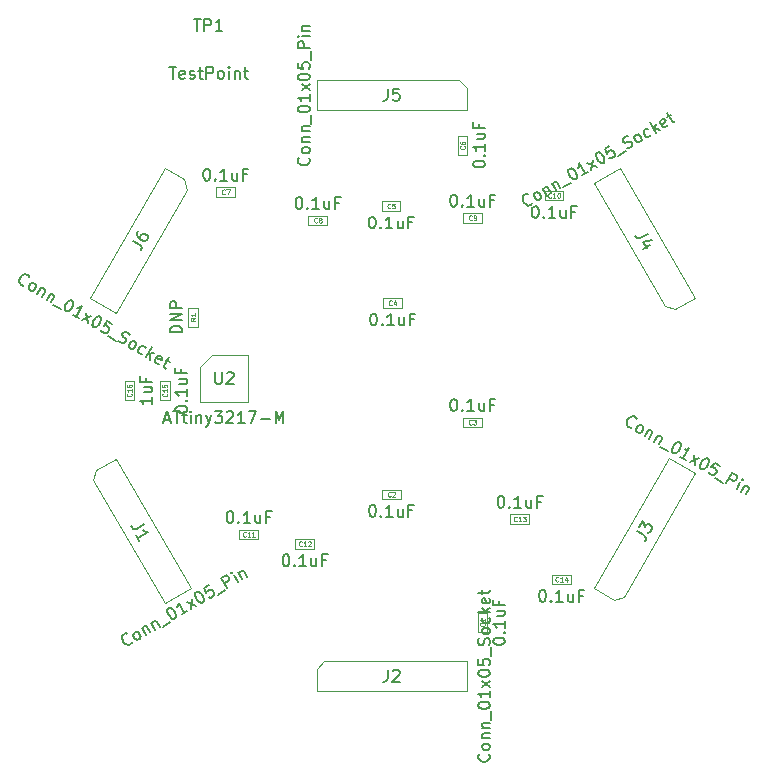
<source format=gbr>
%TF.GenerationSoftware,KiCad,Pcbnew,8.0.8*%
%TF.CreationDate,2025-04-07T13:41:04-04:00*%
%TF.ProjectId,pcb_tile_game_tile_sos,7063625f-7469-46c6-955f-67616d655f74,1.0*%
%TF.SameCoordinates,Original*%
%TF.FileFunction,AssemblyDrawing,Top*%
%FSLAX46Y46*%
G04 Gerber Fmt 4.6, Leading zero omitted, Abs format (unit mm)*
G04 Created by KiCad (PCBNEW 8.0.8) date 2025-04-07 13:41:04*
%MOMM*%
%LPD*%
G01*
G04 APERTURE LIST*
%ADD10C,0.150000*%
%ADD11C,0.060000*%
%ADD12C,0.100000*%
G04 APERTURE END LIST*
D10*
X138379643Y-90084819D02*
X138474881Y-90084819D01*
X138474881Y-90084819D02*
X138570119Y-90132438D01*
X138570119Y-90132438D02*
X138617738Y-90180057D01*
X138617738Y-90180057D02*
X138665357Y-90275295D01*
X138665357Y-90275295D02*
X138712976Y-90465771D01*
X138712976Y-90465771D02*
X138712976Y-90703866D01*
X138712976Y-90703866D02*
X138665357Y-90894342D01*
X138665357Y-90894342D02*
X138617738Y-90989580D01*
X138617738Y-90989580D02*
X138570119Y-91037200D01*
X138570119Y-91037200D02*
X138474881Y-91084819D01*
X138474881Y-91084819D02*
X138379643Y-91084819D01*
X138379643Y-91084819D02*
X138284405Y-91037200D01*
X138284405Y-91037200D02*
X138236786Y-90989580D01*
X138236786Y-90989580D02*
X138189167Y-90894342D01*
X138189167Y-90894342D02*
X138141548Y-90703866D01*
X138141548Y-90703866D02*
X138141548Y-90465771D01*
X138141548Y-90465771D02*
X138189167Y-90275295D01*
X138189167Y-90275295D02*
X138236786Y-90180057D01*
X138236786Y-90180057D02*
X138284405Y-90132438D01*
X138284405Y-90132438D02*
X138379643Y-90084819D01*
X139141548Y-90989580D02*
X139189167Y-91037200D01*
X139189167Y-91037200D02*
X139141548Y-91084819D01*
X139141548Y-91084819D02*
X139093929Y-91037200D01*
X139093929Y-91037200D02*
X139141548Y-90989580D01*
X139141548Y-90989580D02*
X139141548Y-91084819D01*
X140141547Y-91084819D02*
X139570119Y-91084819D01*
X139855833Y-91084819D02*
X139855833Y-90084819D01*
X139855833Y-90084819D02*
X139760595Y-90227676D01*
X139760595Y-90227676D02*
X139665357Y-90322914D01*
X139665357Y-90322914D02*
X139570119Y-90370533D01*
X140998690Y-90418152D02*
X140998690Y-91084819D01*
X140570119Y-90418152D02*
X140570119Y-90941961D01*
X140570119Y-90941961D02*
X140617738Y-91037200D01*
X140617738Y-91037200D02*
X140712976Y-91084819D01*
X140712976Y-91084819D02*
X140855833Y-91084819D01*
X140855833Y-91084819D02*
X140951071Y-91037200D01*
X140951071Y-91037200D02*
X140998690Y-90989580D01*
X141808214Y-90561009D02*
X141474881Y-90561009D01*
X141474881Y-91084819D02*
X141474881Y-90084819D01*
X141474881Y-90084819D02*
X141951071Y-90084819D01*
D11*
X139955833Y-89343832D02*
X139936785Y-89362880D01*
X139936785Y-89362880D02*
X139879643Y-89381927D01*
X139879643Y-89381927D02*
X139841547Y-89381927D01*
X139841547Y-89381927D02*
X139784404Y-89362880D01*
X139784404Y-89362880D02*
X139746309Y-89324784D01*
X139746309Y-89324784D02*
X139727262Y-89286689D01*
X139727262Y-89286689D02*
X139708214Y-89210499D01*
X139708214Y-89210499D02*
X139708214Y-89153356D01*
X139708214Y-89153356D02*
X139727262Y-89077165D01*
X139727262Y-89077165D02*
X139746309Y-89039070D01*
X139746309Y-89039070D02*
X139784404Y-89000975D01*
X139784404Y-89000975D02*
X139841547Y-88981927D01*
X139841547Y-88981927D02*
X139879643Y-88981927D01*
X139879643Y-88981927D02*
X139936785Y-89000975D01*
X139936785Y-89000975D02*
X139955833Y-89020022D01*
X140108214Y-89020022D02*
X140127262Y-89000975D01*
X140127262Y-89000975D02*
X140165357Y-88981927D01*
X140165357Y-88981927D02*
X140260595Y-88981927D01*
X140260595Y-88981927D02*
X140298690Y-89000975D01*
X140298690Y-89000975D02*
X140317738Y-89020022D01*
X140317738Y-89020022D02*
X140336785Y-89058118D01*
X140336785Y-89058118D02*
X140336785Y-89096213D01*
X140336785Y-89096213D02*
X140317738Y-89153356D01*
X140317738Y-89153356D02*
X140089166Y-89381927D01*
X140089166Y-89381927D02*
X140336785Y-89381927D01*
D10*
X149254643Y-89324820D02*
X149349881Y-89324820D01*
X149349881Y-89324820D02*
X149445119Y-89372439D01*
X149445119Y-89372439D02*
X149492738Y-89420058D01*
X149492738Y-89420058D02*
X149540357Y-89515296D01*
X149540357Y-89515296D02*
X149587976Y-89705772D01*
X149587976Y-89705772D02*
X149587976Y-89943867D01*
X149587976Y-89943867D02*
X149540357Y-90134343D01*
X149540357Y-90134343D02*
X149492738Y-90229581D01*
X149492738Y-90229581D02*
X149445119Y-90277201D01*
X149445119Y-90277201D02*
X149349881Y-90324820D01*
X149349881Y-90324820D02*
X149254643Y-90324820D01*
X149254643Y-90324820D02*
X149159405Y-90277201D01*
X149159405Y-90277201D02*
X149111786Y-90229581D01*
X149111786Y-90229581D02*
X149064167Y-90134343D01*
X149064167Y-90134343D02*
X149016548Y-89943867D01*
X149016548Y-89943867D02*
X149016548Y-89705772D01*
X149016548Y-89705772D02*
X149064167Y-89515296D01*
X149064167Y-89515296D02*
X149111786Y-89420058D01*
X149111786Y-89420058D02*
X149159405Y-89372439D01*
X149159405Y-89372439D02*
X149254643Y-89324820D01*
X150016548Y-90229581D02*
X150064167Y-90277201D01*
X150064167Y-90277201D02*
X150016548Y-90324820D01*
X150016548Y-90324820D02*
X149968929Y-90277201D01*
X149968929Y-90277201D02*
X150016548Y-90229581D01*
X150016548Y-90229581D02*
X150016548Y-90324820D01*
X151016547Y-90324820D02*
X150445119Y-90324820D01*
X150730833Y-90324820D02*
X150730833Y-89324820D01*
X150730833Y-89324820D02*
X150635595Y-89467677D01*
X150635595Y-89467677D02*
X150540357Y-89562915D01*
X150540357Y-89562915D02*
X150445119Y-89610534D01*
X151873690Y-89658153D02*
X151873690Y-90324820D01*
X151445119Y-89658153D02*
X151445119Y-90181962D01*
X151445119Y-90181962D02*
X151492738Y-90277201D01*
X151492738Y-90277201D02*
X151587976Y-90324820D01*
X151587976Y-90324820D02*
X151730833Y-90324820D01*
X151730833Y-90324820D02*
X151826071Y-90277201D01*
X151826071Y-90277201D02*
X151873690Y-90229581D01*
X152683214Y-89801010D02*
X152349881Y-89801010D01*
X152349881Y-90324820D02*
X152349881Y-89324820D01*
X152349881Y-89324820D02*
X152826071Y-89324820D01*
D11*
X150640357Y-91443833D02*
X150621309Y-91462881D01*
X150621309Y-91462881D02*
X150564167Y-91481928D01*
X150564167Y-91481928D02*
X150526071Y-91481928D01*
X150526071Y-91481928D02*
X150468928Y-91462881D01*
X150468928Y-91462881D02*
X150430833Y-91424785D01*
X150430833Y-91424785D02*
X150411786Y-91386690D01*
X150411786Y-91386690D02*
X150392738Y-91310500D01*
X150392738Y-91310500D02*
X150392738Y-91253357D01*
X150392738Y-91253357D02*
X150411786Y-91177166D01*
X150411786Y-91177166D02*
X150430833Y-91139071D01*
X150430833Y-91139071D02*
X150468928Y-91100976D01*
X150468928Y-91100976D02*
X150526071Y-91081928D01*
X150526071Y-91081928D02*
X150564167Y-91081928D01*
X150564167Y-91081928D02*
X150621309Y-91100976D01*
X150621309Y-91100976D02*
X150640357Y-91120023D01*
X151021309Y-91481928D02*
X150792738Y-91481928D01*
X150907024Y-91481928D02*
X150907024Y-91081928D01*
X150907024Y-91081928D02*
X150868928Y-91139071D01*
X150868928Y-91139071D02*
X150830833Y-91177166D01*
X150830833Y-91177166D02*
X150792738Y-91196214D01*
X151154642Y-91081928D02*
X151402261Y-91081928D01*
X151402261Y-91081928D02*
X151268928Y-91234309D01*
X151268928Y-91234309D02*
X151326071Y-91234309D01*
X151326071Y-91234309D02*
X151364166Y-91253357D01*
X151364166Y-91253357D02*
X151383214Y-91272404D01*
X151383214Y-91272404D02*
X151402261Y-91310500D01*
X151402261Y-91310500D02*
X151402261Y-91405738D01*
X151402261Y-91405738D02*
X151383214Y-91443833D01*
X151383214Y-91443833D02*
X151364166Y-91462881D01*
X151364166Y-91462881D02*
X151326071Y-91481928D01*
X151326071Y-91481928D02*
X151211785Y-91481928D01*
X151211785Y-91481928D02*
X151173690Y-91462881D01*
X151173690Y-91462881D02*
X151154642Y-91443833D01*
D10*
X145254643Y-81124819D02*
X145349881Y-81124819D01*
X145349881Y-81124819D02*
X145445119Y-81172438D01*
X145445119Y-81172438D02*
X145492738Y-81220057D01*
X145492738Y-81220057D02*
X145540357Y-81315295D01*
X145540357Y-81315295D02*
X145587976Y-81505771D01*
X145587976Y-81505771D02*
X145587976Y-81743866D01*
X145587976Y-81743866D02*
X145540357Y-81934342D01*
X145540357Y-81934342D02*
X145492738Y-82029580D01*
X145492738Y-82029580D02*
X145445119Y-82077200D01*
X145445119Y-82077200D02*
X145349881Y-82124819D01*
X145349881Y-82124819D02*
X145254643Y-82124819D01*
X145254643Y-82124819D02*
X145159405Y-82077200D01*
X145159405Y-82077200D02*
X145111786Y-82029580D01*
X145111786Y-82029580D02*
X145064167Y-81934342D01*
X145064167Y-81934342D02*
X145016548Y-81743866D01*
X145016548Y-81743866D02*
X145016548Y-81505771D01*
X145016548Y-81505771D02*
X145064167Y-81315295D01*
X145064167Y-81315295D02*
X145111786Y-81220057D01*
X145111786Y-81220057D02*
X145159405Y-81172438D01*
X145159405Y-81172438D02*
X145254643Y-81124819D01*
X146016548Y-82029580D02*
X146064167Y-82077200D01*
X146064167Y-82077200D02*
X146016548Y-82124819D01*
X146016548Y-82124819D02*
X145968929Y-82077200D01*
X145968929Y-82077200D02*
X146016548Y-82029580D01*
X146016548Y-82029580D02*
X146016548Y-82124819D01*
X147016547Y-82124819D02*
X146445119Y-82124819D01*
X146730833Y-82124819D02*
X146730833Y-81124819D01*
X146730833Y-81124819D02*
X146635595Y-81267676D01*
X146635595Y-81267676D02*
X146540357Y-81362914D01*
X146540357Y-81362914D02*
X146445119Y-81410533D01*
X147873690Y-81458152D02*
X147873690Y-82124819D01*
X147445119Y-81458152D02*
X147445119Y-81981961D01*
X147445119Y-81981961D02*
X147492738Y-82077200D01*
X147492738Y-82077200D02*
X147587976Y-82124819D01*
X147587976Y-82124819D02*
X147730833Y-82124819D01*
X147730833Y-82124819D02*
X147826071Y-82077200D01*
X147826071Y-82077200D02*
X147873690Y-82029580D01*
X148683214Y-81601009D02*
X148349881Y-81601009D01*
X148349881Y-82124819D02*
X148349881Y-81124819D01*
X148349881Y-81124819D02*
X148826071Y-81124819D01*
D11*
X146830833Y-83243832D02*
X146811785Y-83262880D01*
X146811785Y-83262880D02*
X146754643Y-83281927D01*
X146754643Y-83281927D02*
X146716547Y-83281927D01*
X146716547Y-83281927D02*
X146659404Y-83262880D01*
X146659404Y-83262880D02*
X146621309Y-83224784D01*
X146621309Y-83224784D02*
X146602262Y-83186689D01*
X146602262Y-83186689D02*
X146583214Y-83110499D01*
X146583214Y-83110499D02*
X146583214Y-83053356D01*
X146583214Y-83053356D02*
X146602262Y-82977165D01*
X146602262Y-82977165D02*
X146621309Y-82939070D01*
X146621309Y-82939070D02*
X146659404Y-82900975D01*
X146659404Y-82900975D02*
X146716547Y-82881927D01*
X146716547Y-82881927D02*
X146754643Y-82881927D01*
X146754643Y-82881927D02*
X146811785Y-82900975D01*
X146811785Y-82900975D02*
X146830833Y-82920022D01*
X146964166Y-82881927D02*
X147211785Y-82881927D01*
X147211785Y-82881927D02*
X147078452Y-83034308D01*
X147078452Y-83034308D02*
X147135595Y-83034308D01*
X147135595Y-83034308D02*
X147173690Y-83053356D01*
X147173690Y-83053356D02*
X147192738Y-83072403D01*
X147192738Y-83072403D02*
X147211785Y-83110499D01*
X147211785Y-83110499D02*
X147211785Y-83205737D01*
X147211785Y-83205737D02*
X147192738Y-83243832D01*
X147192738Y-83243832D02*
X147173690Y-83262880D01*
X147173690Y-83262880D02*
X147135595Y-83281927D01*
X147135595Y-83281927D02*
X147021309Y-83281927D01*
X147021309Y-83281927D02*
X146983214Y-83262880D01*
X146983214Y-83262880D02*
X146964166Y-83243832D01*
D10*
X148269580Y-111195239D02*
X148317200Y-111242858D01*
X148317200Y-111242858D02*
X148364819Y-111385715D01*
X148364819Y-111385715D02*
X148364819Y-111480953D01*
X148364819Y-111480953D02*
X148317200Y-111623810D01*
X148317200Y-111623810D02*
X148221961Y-111719048D01*
X148221961Y-111719048D02*
X148126723Y-111766667D01*
X148126723Y-111766667D02*
X147936247Y-111814286D01*
X147936247Y-111814286D02*
X147793390Y-111814286D01*
X147793390Y-111814286D02*
X147602914Y-111766667D01*
X147602914Y-111766667D02*
X147507676Y-111719048D01*
X147507676Y-111719048D02*
X147412438Y-111623810D01*
X147412438Y-111623810D02*
X147364819Y-111480953D01*
X147364819Y-111480953D02*
X147364819Y-111385715D01*
X147364819Y-111385715D02*
X147412438Y-111242858D01*
X147412438Y-111242858D02*
X147460057Y-111195239D01*
X148364819Y-110623810D02*
X148317200Y-110719048D01*
X148317200Y-110719048D02*
X148269580Y-110766667D01*
X148269580Y-110766667D02*
X148174342Y-110814286D01*
X148174342Y-110814286D02*
X147888628Y-110814286D01*
X147888628Y-110814286D02*
X147793390Y-110766667D01*
X147793390Y-110766667D02*
X147745771Y-110719048D01*
X147745771Y-110719048D02*
X147698152Y-110623810D01*
X147698152Y-110623810D02*
X147698152Y-110480953D01*
X147698152Y-110480953D02*
X147745771Y-110385715D01*
X147745771Y-110385715D02*
X147793390Y-110338096D01*
X147793390Y-110338096D02*
X147888628Y-110290477D01*
X147888628Y-110290477D02*
X148174342Y-110290477D01*
X148174342Y-110290477D02*
X148269580Y-110338096D01*
X148269580Y-110338096D02*
X148317200Y-110385715D01*
X148317200Y-110385715D02*
X148364819Y-110480953D01*
X148364819Y-110480953D02*
X148364819Y-110623810D01*
X147698152Y-109861905D02*
X148364819Y-109861905D01*
X147793390Y-109861905D02*
X147745771Y-109814286D01*
X147745771Y-109814286D02*
X147698152Y-109719048D01*
X147698152Y-109719048D02*
X147698152Y-109576191D01*
X147698152Y-109576191D02*
X147745771Y-109480953D01*
X147745771Y-109480953D02*
X147841009Y-109433334D01*
X147841009Y-109433334D02*
X148364819Y-109433334D01*
X147698152Y-108957143D02*
X148364819Y-108957143D01*
X147793390Y-108957143D02*
X147745771Y-108909524D01*
X147745771Y-108909524D02*
X147698152Y-108814286D01*
X147698152Y-108814286D02*
X147698152Y-108671429D01*
X147698152Y-108671429D02*
X147745771Y-108576191D01*
X147745771Y-108576191D02*
X147841009Y-108528572D01*
X147841009Y-108528572D02*
X148364819Y-108528572D01*
X148460057Y-108290477D02*
X148460057Y-107528572D01*
X147364819Y-107100000D02*
X147364819Y-107004762D01*
X147364819Y-107004762D02*
X147412438Y-106909524D01*
X147412438Y-106909524D02*
X147460057Y-106861905D01*
X147460057Y-106861905D02*
X147555295Y-106814286D01*
X147555295Y-106814286D02*
X147745771Y-106766667D01*
X147745771Y-106766667D02*
X147983866Y-106766667D01*
X147983866Y-106766667D02*
X148174342Y-106814286D01*
X148174342Y-106814286D02*
X148269580Y-106861905D01*
X148269580Y-106861905D02*
X148317200Y-106909524D01*
X148317200Y-106909524D02*
X148364819Y-107004762D01*
X148364819Y-107004762D02*
X148364819Y-107100000D01*
X148364819Y-107100000D02*
X148317200Y-107195238D01*
X148317200Y-107195238D02*
X148269580Y-107242857D01*
X148269580Y-107242857D02*
X148174342Y-107290476D01*
X148174342Y-107290476D02*
X147983866Y-107338095D01*
X147983866Y-107338095D02*
X147745771Y-107338095D01*
X147745771Y-107338095D02*
X147555295Y-107290476D01*
X147555295Y-107290476D02*
X147460057Y-107242857D01*
X147460057Y-107242857D02*
X147412438Y-107195238D01*
X147412438Y-107195238D02*
X147364819Y-107100000D01*
X148364819Y-105814286D02*
X148364819Y-106385714D01*
X148364819Y-106100000D02*
X147364819Y-106100000D01*
X147364819Y-106100000D02*
X147507676Y-106195238D01*
X147507676Y-106195238D02*
X147602914Y-106290476D01*
X147602914Y-106290476D02*
X147650533Y-106385714D01*
X148364819Y-105480952D02*
X147698152Y-104957143D01*
X147698152Y-105480952D02*
X148364819Y-104957143D01*
X147364819Y-104385714D02*
X147364819Y-104290476D01*
X147364819Y-104290476D02*
X147412438Y-104195238D01*
X147412438Y-104195238D02*
X147460057Y-104147619D01*
X147460057Y-104147619D02*
X147555295Y-104100000D01*
X147555295Y-104100000D02*
X147745771Y-104052381D01*
X147745771Y-104052381D02*
X147983866Y-104052381D01*
X147983866Y-104052381D02*
X148174342Y-104100000D01*
X148174342Y-104100000D02*
X148269580Y-104147619D01*
X148269580Y-104147619D02*
X148317200Y-104195238D01*
X148317200Y-104195238D02*
X148364819Y-104290476D01*
X148364819Y-104290476D02*
X148364819Y-104385714D01*
X148364819Y-104385714D02*
X148317200Y-104480952D01*
X148317200Y-104480952D02*
X148269580Y-104528571D01*
X148269580Y-104528571D02*
X148174342Y-104576190D01*
X148174342Y-104576190D02*
X147983866Y-104623809D01*
X147983866Y-104623809D02*
X147745771Y-104623809D01*
X147745771Y-104623809D02*
X147555295Y-104576190D01*
X147555295Y-104576190D02*
X147460057Y-104528571D01*
X147460057Y-104528571D02*
X147412438Y-104480952D01*
X147412438Y-104480952D02*
X147364819Y-104385714D01*
X147364819Y-103147619D02*
X147364819Y-103623809D01*
X147364819Y-103623809D02*
X147841009Y-103671428D01*
X147841009Y-103671428D02*
X147793390Y-103623809D01*
X147793390Y-103623809D02*
X147745771Y-103528571D01*
X147745771Y-103528571D02*
X147745771Y-103290476D01*
X147745771Y-103290476D02*
X147793390Y-103195238D01*
X147793390Y-103195238D02*
X147841009Y-103147619D01*
X147841009Y-103147619D02*
X147936247Y-103100000D01*
X147936247Y-103100000D02*
X148174342Y-103100000D01*
X148174342Y-103100000D02*
X148269580Y-103147619D01*
X148269580Y-103147619D02*
X148317200Y-103195238D01*
X148317200Y-103195238D02*
X148364819Y-103290476D01*
X148364819Y-103290476D02*
X148364819Y-103528571D01*
X148364819Y-103528571D02*
X148317200Y-103623809D01*
X148317200Y-103623809D02*
X148269580Y-103671428D01*
X148460057Y-102909524D02*
X148460057Y-102147619D01*
X148317200Y-101957142D02*
X148364819Y-101814285D01*
X148364819Y-101814285D02*
X148364819Y-101576190D01*
X148364819Y-101576190D02*
X148317200Y-101480952D01*
X148317200Y-101480952D02*
X148269580Y-101433333D01*
X148269580Y-101433333D02*
X148174342Y-101385714D01*
X148174342Y-101385714D02*
X148079104Y-101385714D01*
X148079104Y-101385714D02*
X147983866Y-101433333D01*
X147983866Y-101433333D02*
X147936247Y-101480952D01*
X147936247Y-101480952D02*
X147888628Y-101576190D01*
X147888628Y-101576190D02*
X147841009Y-101766666D01*
X147841009Y-101766666D02*
X147793390Y-101861904D01*
X147793390Y-101861904D02*
X147745771Y-101909523D01*
X147745771Y-101909523D02*
X147650533Y-101957142D01*
X147650533Y-101957142D02*
X147555295Y-101957142D01*
X147555295Y-101957142D02*
X147460057Y-101909523D01*
X147460057Y-101909523D02*
X147412438Y-101861904D01*
X147412438Y-101861904D02*
X147364819Y-101766666D01*
X147364819Y-101766666D02*
X147364819Y-101528571D01*
X147364819Y-101528571D02*
X147412438Y-101385714D01*
X148364819Y-100814285D02*
X148317200Y-100909523D01*
X148317200Y-100909523D02*
X148269580Y-100957142D01*
X148269580Y-100957142D02*
X148174342Y-101004761D01*
X148174342Y-101004761D02*
X147888628Y-101004761D01*
X147888628Y-101004761D02*
X147793390Y-100957142D01*
X147793390Y-100957142D02*
X147745771Y-100909523D01*
X147745771Y-100909523D02*
X147698152Y-100814285D01*
X147698152Y-100814285D02*
X147698152Y-100671428D01*
X147698152Y-100671428D02*
X147745771Y-100576190D01*
X147745771Y-100576190D02*
X147793390Y-100528571D01*
X147793390Y-100528571D02*
X147888628Y-100480952D01*
X147888628Y-100480952D02*
X148174342Y-100480952D01*
X148174342Y-100480952D02*
X148269580Y-100528571D01*
X148269580Y-100528571D02*
X148317200Y-100576190D01*
X148317200Y-100576190D02*
X148364819Y-100671428D01*
X148364819Y-100671428D02*
X148364819Y-100814285D01*
X148317200Y-99623809D02*
X148364819Y-99719047D01*
X148364819Y-99719047D02*
X148364819Y-99909523D01*
X148364819Y-99909523D02*
X148317200Y-100004761D01*
X148317200Y-100004761D02*
X148269580Y-100052380D01*
X148269580Y-100052380D02*
X148174342Y-100099999D01*
X148174342Y-100099999D02*
X147888628Y-100099999D01*
X147888628Y-100099999D02*
X147793390Y-100052380D01*
X147793390Y-100052380D02*
X147745771Y-100004761D01*
X147745771Y-100004761D02*
X147698152Y-99909523D01*
X147698152Y-99909523D02*
X147698152Y-99719047D01*
X147698152Y-99719047D02*
X147745771Y-99623809D01*
X148364819Y-99195237D02*
X147364819Y-99195237D01*
X147983866Y-99099999D02*
X148364819Y-98814285D01*
X147698152Y-98814285D02*
X148079104Y-99195237D01*
X148317200Y-98004761D02*
X148364819Y-98099999D01*
X148364819Y-98099999D02*
X148364819Y-98290475D01*
X148364819Y-98290475D02*
X148317200Y-98385713D01*
X148317200Y-98385713D02*
X148221961Y-98433332D01*
X148221961Y-98433332D02*
X147841009Y-98433332D01*
X147841009Y-98433332D02*
X147745771Y-98385713D01*
X147745771Y-98385713D02*
X147698152Y-98290475D01*
X147698152Y-98290475D02*
X147698152Y-98099999D01*
X147698152Y-98099999D02*
X147745771Y-98004761D01*
X147745771Y-98004761D02*
X147841009Y-97957142D01*
X147841009Y-97957142D02*
X147936247Y-97957142D01*
X147936247Y-97957142D02*
X148031485Y-98433332D01*
X147698152Y-97671427D02*
X147698152Y-97290475D01*
X147364819Y-97528570D02*
X148221961Y-97528570D01*
X148221961Y-97528570D02*
X148317200Y-97480951D01*
X148317200Y-97480951D02*
X148364819Y-97385713D01*
X148364819Y-97385713D02*
X148364819Y-97290475D01*
X139726666Y-104054819D02*
X139726666Y-104769104D01*
X139726666Y-104769104D02*
X139679047Y-104911961D01*
X139679047Y-104911961D02*
X139583809Y-105007200D01*
X139583809Y-105007200D02*
X139440952Y-105054819D01*
X139440952Y-105054819D02*
X139345714Y-105054819D01*
X140155238Y-104150057D02*
X140202857Y-104102438D01*
X140202857Y-104102438D02*
X140298095Y-104054819D01*
X140298095Y-104054819D02*
X140536190Y-104054819D01*
X140536190Y-104054819D02*
X140631428Y-104102438D01*
X140631428Y-104102438D02*
X140679047Y-104150057D01*
X140679047Y-104150057D02*
X140726666Y-104245295D01*
X140726666Y-104245295D02*
X140726666Y-104340533D01*
X140726666Y-104340533D02*
X140679047Y-104483390D01*
X140679047Y-104483390D02*
X140107619Y-105054819D01*
X140107619Y-105054819D02*
X140726666Y-105054819D01*
X122284819Y-75473213D02*
X121284819Y-75473213D01*
X121284819Y-75473213D02*
X121284819Y-75235118D01*
X121284819Y-75235118D02*
X121332438Y-75092261D01*
X121332438Y-75092261D02*
X121427676Y-74997023D01*
X121427676Y-74997023D02*
X121522914Y-74949404D01*
X121522914Y-74949404D02*
X121713390Y-74901785D01*
X121713390Y-74901785D02*
X121856247Y-74901785D01*
X121856247Y-74901785D02*
X122046723Y-74949404D01*
X122046723Y-74949404D02*
X122141961Y-74997023D01*
X122141961Y-74997023D02*
X122237200Y-75092261D01*
X122237200Y-75092261D02*
X122284819Y-75235118D01*
X122284819Y-75235118D02*
X122284819Y-75473213D01*
X122284819Y-74473213D02*
X121284819Y-74473213D01*
X121284819Y-74473213D02*
X122284819Y-73901785D01*
X122284819Y-73901785D02*
X121284819Y-73901785D01*
X122284819Y-73425594D02*
X121284819Y-73425594D01*
X121284819Y-73425594D02*
X121284819Y-73044642D01*
X121284819Y-73044642D02*
X121332438Y-72949404D01*
X121332438Y-72949404D02*
X121380057Y-72901785D01*
X121380057Y-72901785D02*
X121475295Y-72854166D01*
X121475295Y-72854166D02*
X121618152Y-72854166D01*
X121618152Y-72854166D02*
X121713390Y-72901785D01*
X121713390Y-72901785D02*
X121761009Y-72949404D01*
X121761009Y-72949404D02*
X121808628Y-73044642D01*
X121808628Y-73044642D02*
X121808628Y-73425594D01*
D11*
X123441927Y-74254166D02*
X123251451Y-74387499D01*
X123441927Y-74482737D02*
X123041927Y-74482737D01*
X123041927Y-74482737D02*
X123041927Y-74330356D01*
X123041927Y-74330356D02*
X123060975Y-74292261D01*
X123060975Y-74292261D02*
X123080022Y-74273214D01*
X123080022Y-74273214D02*
X123118118Y-74254166D01*
X123118118Y-74254166D02*
X123175260Y-74254166D01*
X123175260Y-74254166D02*
X123213356Y-74273214D01*
X123213356Y-74273214D02*
X123232403Y-74292261D01*
X123232403Y-74292261D02*
X123251451Y-74330356D01*
X123251451Y-74330356D02*
X123251451Y-74482737D01*
X123441927Y-73873214D02*
X123441927Y-74101785D01*
X123441927Y-73987499D02*
X123041927Y-73987499D01*
X123041927Y-73987499D02*
X123099070Y-74025595D01*
X123099070Y-74025595D02*
X123137165Y-74063690D01*
X123137165Y-74063690D02*
X123156213Y-74101785D01*
D10*
X152154643Y-64784819D02*
X152249881Y-64784819D01*
X152249881Y-64784819D02*
X152345119Y-64832438D01*
X152345119Y-64832438D02*
X152392738Y-64880057D01*
X152392738Y-64880057D02*
X152440357Y-64975295D01*
X152440357Y-64975295D02*
X152487976Y-65165771D01*
X152487976Y-65165771D02*
X152487976Y-65403866D01*
X152487976Y-65403866D02*
X152440357Y-65594342D01*
X152440357Y-65594342D02*
X152392738Y-65689580D01*
X152392738Y-65689580D02*
X152345119Y-65737200D01*
X152345119Y-65737200D02*
X152249881Y-65784819D01*
X152249881Y-65784819D02*
X152154643Y-65784819D01*
X152154643Y-65784819D02*
X152059405Y-65737200D01*
X152059405Y-65737200D02*
X152011786Y-65689580D01*
X152011786Y-65689580D02*
X151964167Y-65594342D01*
X151964167Y-65594342D02*
X151916548Y-65403866D01*
X151916548Y-65403866D02*
X151916548Y-65165771D01*
X151916548Y-65165771D02*
X151964167Y-64975295D01*
X151964167Y-64975295D02*
X152011786Y-64880057D01*
X152011786Y-64880057D02*
X152059405Y-64832438D01*
X152059405Y-64832438D02*
X152154643Y-64784819D01*
X152916548Y-65689580D02*
X152964167Y-65737200D01*
X152964167Y-65737200D02*
X152916548Y-65784819D01*
X152916548Y-65784819D02*
X152868929Y-65737200D01*
X152868929Y-65737200D02*
X152916548Y-65689580D01*
X152916548Y-65689580D02*
X152916548Y-65784819D01*
X153916547Y-65784819D02*
X153345119Y-65784819D01*
X153630833Y-65784819D02*
X153630833Y-64784819D01*
X153630833Y-64784819D02*
X153535595Y-64927676D01*
X153535595Y-64927676D02*
X153440357Y-65022914D01*
X153440357Y-65022914D02*
X153345119Y-65070533D01*
X154773690Y-65118152D02*
X154773690Y-65784819D01*
X154345119Y-65118152D02*
X154345119Y-65641961D01*
X154345119Y-65641961D02*
X154392738Y-65737200D01*
X154392738Y-65737200D02*
X154487976Y-65784819D01*
X154487976Y-65784819D02*
X154630833Y-65784819D01*
X154630833Y-65784819D02*
X154726071Y-65737200D01*
X154726071Y-65737200D02*
X154773690Y-65689580D01*
X155583214Y-65261009D02*
X155249881Y-65261009D01*
X155249881Y-65784819D02*
X155249881Y-64784819D01*
X155249881Y-64784819D02*
X155726071Y-64784819D01*
D11*
X153540357Y-64043832D02*
X153521309Y-64062880D01*
X153521309Y-64062880D02*
X153464167Y-64081927D01*
X153464167Y-64081927D02*
X153426071Y-64081927D01*
X153426071Y-64081927D02*
X153368928Y-64062880D01*
X153368928Y-64062880D02*
X153330833Y-64024784D01*
X153330833Y-64024784D02*
X153311786Y-63986689D01*
X153311786Y-63986689D02*
X153292738Y-63910499D01*
X153292738Y-63910499D02*
X153292738Y-63853356D01*
X153292738Y-63853356D02*
X153311786Y-63777165D01*
X153311786Y-63777165D02*
X153330833Y-63739070D01*
X153330833Y-63739070D02*
X153368928Y-63700975D01*
X153368928Y-63700975D02*
X153426071Y-63681927D01*
X153426071Y-63681927D02*
X153464167Y-63681927D01*
X153464167Y-63681927D02*
X153521309Y-63700975D01*
X153521309Y-63700975D02*
X153540357Y-63720022D01*
X153921309Y-64081927D02*
X153692738Y-64081927D01*
X153807024Y-64081927D02*
X153807024Y-63681927D01*
X153807024Y-63681927D02*
X153768928Y-63739070D01*
X153768928Y-63739070D02*
X153730833Y-63777165D01*
X153730833Y-63777165D02*
X153692738Y-63796213D01*
X154168928Y-63681927D02*
X154207023Y-63681927D01*
X154207023Y-63681927D02*
X154245119Y-63700975D01*
X154245119Y-63700975D02*
X154264166Y-63720022D01*
X154264166Y-63720022D02*
X154283214Y-63758118D01*
X154283214Y-63758118D02*
X154302261Y-63834308D01*
X154302261Y-63834308D02*
X154302261Y-63929546D01*
X154302261Y-63929546D02*
X154283214Y-64005737D01*
X154283214Y-64005737D02*
X154264166Y-64043832D01*
X154264166Y-64043832D02*
X154245119Y-64062880D01*
X154245119Y-64062880D02*
X154207023Y-64081927D01*
X154207023Y-64081927D02*
X154168928Y-64081927D01*
X154168928Y-64081927D02*
X154130833Y-64062880D01*
X154130833Y-64062880D02*
X154111785Y-64043832D01*
X154111785Y-64043832D02*
X154092738Y-64005737D01*
X154092738Y-64005737D02*
X154073690Y-63929546D01*
X154073690Y-63929546D02*
X154073690Y-63834308D01*
X154073690Y-63834308D02*
X154092738Y-63758118D01*
X154092738Y-63758118D02*
X154111785Y-63720022D01*
X154111785Y-63720022D02*
X154130833Y-63700975D01*
X154130833Y-63700975D02*
X154168928Y-63681927D01*
D10*
X121744819Y-82042856D02*
X121744819Y-81947618D01*
X121744819Y-81947618D02*
X121792438Y-81852380D01*
X121792438Y-81852380D02*
X121840057Y-81804761D01*
X121840057Y-81804761D02*
X121935295Y-81757142D01*
X121935295Y-81757142D02*
X122125771Y-81709523D01*
X122125771Y-81709523D02*
X122363866Y-81709523D01*
X122363866Y-81709523D02*
X122554342Y-81757142D01*
X122554342Y-81757142D02*
X122649580Y-81804761D01*
X122649580Y-81804761D02*
X122697200Y-81852380D01*
X122697200Y-81852380D02*
X122744819Y-81947618D01*
X122744819Y-81947618D02*
X122744819Y-82042856D01*
X122744819Y-82042856D02*
X122697200Y-82138094D01*
X122697200Y-82138094D02*
X122649580Y-82185713D01*
X122649580Y-82185713D02*
X122554342Y-82233332D01*
X122554342Y-82233332D02*
X122363866Y-82280951D01*
X122363866Y-82280951D02*
X122125771Y-82280951D01*
X122125771Y-82280951D02*
X121935295Y-82233332D01*
X121935295Y-82233332D02*
X121840057Y-82185713D01*
X121840057Y-82185713D02*
X121792438Y-82138094D01*
X121792438Y-82138094D02*
X121744819Y-82042856D01*
X122649580Y-81280951D02*
X122697200Y-81233332D01*
X122697200Y-81233332D02*
X122744819Y-81280951D01*
X122744819Y-81280951D02*
X122697200Y-81328570D01*
X122697200Y-81328570D02*
X122649580Y-81280951D01*
X122649580Y-81280951D02*
X122744819Y-81280951D01*
X122744819Y-80280952D02*
X122744819Y-80852380D01*
X122744819Y-80566666D02*
X121744819Y-80566666D01*
X121744819Y-80566666D02*
X121887676Y-80661904D01*
X121887676Y-80661904D02*
X121982914Y-80757142D01*
X121982914Y-80757142D02*
X122030533Y-80852380D01*
X122078152Y-79423809D02*
X122744819Y-79423809D01*
X122078152Y-79852380D02*
X122601961Y-79852380D01*
X122601961Y-79852380D02*
X122697200Y-79804761D01*
X122697200Y-79804761D02*
X122744819Y-79709523D01*
X122744819Y-79709523D02*
X122744819Y-79566666D01*
X122744819Y-79566666D02*
X122697200Y-79471428D01*
X122697200Y-79471428D02*
X122649580Y-79423809D01*
X122221009Y-78614285D02*
X122221009Y-78947618D01*
X122744819Y-78947618D02*
X121744819Y-78947618D01*
X121744819Y-78947618D02*
X121744819Y-78471428D01*
D11*
X121003832Y-80657142D02*
X121022880Y-80676190D01*
X121022880Y-80676190D02*
X121041927Y-80733332D01*
X121041927Y-80733332D02*
X121041927Y-80771428D01*
X121041927Y-80771428D02*
X121022880Y-80828571D01*
X121022880Y-80828571D02*
X120984784Y-80866666D01*
X120984784Y-80866666D02*
X120946689Y-80885713D01*
X120946689Y-80885713D02*
X120870499Y-80904761D01*
X120870499Y-80904761D02*
X120813356Y-80904761D01*
X120813356Y-80904761D02*
X120737165Y-80885713D01*
X120737165Y-80885713D02*
X120699070Y-80866666D01*
X120699070Y-80866666D02*
X120660975Y-80828571D01*
X120660975Y-80828571D02*
X120641927Y-80771428D01*
X120641927Y-80771428D02*
X120641927Y-80733332D01*
X120641927Y-80733332D02*
X120660975Y-80676190D01*
X120660975Y-80676190D02*
X120680022Y-80657142D01*
X121041927Y-80276190D02*
X121041927Y-80504761D01*
X121041927Y-80390475D02*
X120641927Y-80390475D01*
X120641927Y-80390475D02*
X120699070Y-80428571D01*
X120699070Y-80428571D02*
X120737165Y-80466666D01*
X120737165Y-80466666D02*
X120756213Y-80504761D01*
X120641927Y-79914285D02*
X120641927Y-80104761D01*
X120641927Y-80104761D02*
X120832403Y-80123809D01*
X120832403Y-80123809D02*
X120813356Y-80104761D01*
X120813356Y-80104761D02*
X120794308Y-80066666D01*
X120794308Y-80066666D02*
X120794308Y-79971428D01*
X120794308Y-79971428D02*
X120813356Y-79933333D01*
X120813356Y-79933333D02*
X120832403Y-79914285D01*
X120832403Y-79914285D02*
X120870499Y-79895238D01*
X120870499Y-79895238D02*
X120965737Y-79895238D01*
X120965737Y-79895238D02*
X121003832Y-79914285D01*
X121003832Y-79914285D02*
X121022880Y-79933333D01*
X121022880Y-79933333D02*
X121041927Y-79971428D01*
X121041927Y-79971428D02*
X121041927Y-80066666D01*
X121041927Y-80066666D02*
X121022880Y-80104761D01*
X121022880Y-80104761D02*
X121003832Y-80123809D01*
D10*
X138354643Y-65684819D02*
X138449881Y-65684819D01*
X138449881Y-65684819D02*
X138545119Y-65732438D01*
X138545119Y-65732438D02*
X138592738Y-65780057D01*
X138592738Y-65780057D02*
X138640357Y-65875295D01*
X138640357Y-65875295D02*
X138687976Y-66065771D01*
X138687976Y-66065771D02*
X138687976Y-66303866D01*
X138687976Y-66303866D02*
X138640357Y-66494342D01*
X138640357Y-66494342D02*
X138592738Y-66589580D01*
X138592738Y-66589580D02*
X138545119Y-66637200D01*
X138545119Y-66637200D02*
X138449881Y-66684819D01*
X138449881Y-66684819D02*
X138354643Y-66684819D01*
X138354643Y-66684819D02*
X138259405Y-66637200D01*
X138259405Y-66637200D02*
X138211786Y-66589580D01*
X138211786Y-66589580D02*
X138164167Y-66494342D01*
X138164167Y-66494342D02*
X138116548Y-66303866D01*
X138116548Y-66303866D02*
X138116548Y-66065771D01*
X138116548Y-66065771D02*
X138164167Y-65875295D01*
X138164167Y-65875295D02*
X138211786Y-65780057D01*
X138211786Y-65780057D02*
X138259405Y-65732438D01*
X138259405Y-65732438D02*
X138354643Y-65684819D01*
X139116548Y-66589580D02*
X139164167Y-66637200D01*
X139164167Y-66637200D02*
X139116548Y-66684819D01*
X139116548Y-66684819D02*
X139068929Y-66637200D01*
X139068929Y-66637200D02*
X139116548Y-66589580D01*
X139116548Y-66589580D02*
X139116548Y-66684819D01*
X140116547Y-66684819D02*
X139545119Y-66684819D01*
X139830833Y-66684819D02*
X139830833Y-65684819D01*
X139830833Y-65684819D02*
X139735595Y-65827676D01*
X139735595Y-65827676D02*
X139640357Y-65922914D01*
X139640357Y-65922914D02*
X139545119Y-65970533D01*
X140973690Y-66018152D02*
X140973690Y-66684819D01*
X140545119Y-66018152D02*
X140545119Y-66541961D01*
X140545119Y-66541961D02*
X140592738Y-66637200D01*
X140592738Y-66637200D02*
X140687976Y-66684819D01*
X140687976Y-66684819D02*
X140830833Y-66684819D01*
X140830833Y-66684819D02*
X140926071Y-66637200D01*
X140926071Y-66637200D02*
X140973690Y-66589580D01*
X141783214Y-66161009D02*
X141449881Y-66161009D01*
X141449881Y-66684819D02*
X141449881Y-65684819D01*
X141449881Y-65684819D02*
X141926071Y-65684819D01*
D11*
X139930833Y-64943832D02*
X139911785Y-64962880D01*
X139911785Y-64962880D02*
X139854643Y-64981927D01*
X139854643Y-64981927D02*
X139816547Y-64981927D01*
X139816547Y-64981927D02*
X139759404Y-64962880D01*
X139759404Y-64962880D02*
X139721309Y-64924784D01*
X139721309Y-64924784D02*
X139702262Y-64886689D01*
X139702262Y-64886689D02*
X139683214Y-64810499D01*
X139683214Y-64810499D02*
X139683214Y-64753356D01*
X139683214Y-64753356D02*
X139702262Y-64677165D01*
X139702262Y-64677165D02*
X139721309Y-64639070D01*
X139721309Y-64639070D02*
X139759404Y-64600975D01*
X139759404Y-64600975D02*
X139816547Y-64581927D01*
X139816547Y-64581927D02*
X139854643Y-64581927D01*
X139854643Y-64581927D02*
X139911785Y-64600975D01*
X139911785Y-64600975D02*
X139930833Y-64620022D01*
X140292738Y-64581927D02*
X140102262Y-64581927D01*
X140102262Y-64581927D02*
X140083214Y-64772403D01*
X140083214Y-64772403D02*
X140102262Y-64753356D01*
X140102262Y-64753356D02*
X140140357Y-64734308D01*
X140140357Y-64734308D02*
X140235595Y-64734308D01*
X140235595Y-64734308D02*
X140273690Y-64753356D01*
X140273690Y-64753356D02*
X140292738Y-64772403D01*
X140292738Y-64772403D02*
X140311785Y-64810499D01*
X140311785Y-64810499D02*
X140311785Y-64905737D01*
X140311785Y-64905737D02*
X140292738Y-64943832D01*
X140292738Y-64943832D02*
X140273690Y-64962880D01*
X140273690Y-64962880D02*
X140235595Y-64981927D01*
X140235595Y-64981927D02*
X140140357Y-64981927D01*
X140140357Y-64981927D02*
X140102262Y-64962880D01*
X140102262Y-64962880D02*
X140083214Y-64943832D01*
D10*
X132154643Y-64024819D02*
X132249881Y-64024819D01*
X132249881Y-64024819D02*
X132345119Y-64072438D01*
X132345119Y-64072438D02*
X132392738Y-64120057D01*
X132392738Y-64120057D02*
X132440357Y-64215295D01*
X132440357Y-64215295D02*
X132487976Y-64405771D01*
X132487976Y-64405771D02*
X132487976Y-64643866D01*
X132487976Y-64643866D02*
X132440357Y-64834342D01*
X132440357Y-64834342D02*
X132392738Y-64929580D01*
X132392738Y-64929580D02*
X132345119Y-64977200D01*
X132345119Y-64977200D02*
X132249881Y-65024819D01*
X132249881Y-65024819D02*
X132154643Y-65024819D01*
X132154643Y-65024819D02*
X132059405Y-64977200D01*
X132059405Y-64977200D02*
X132011786Y-64929580D01*
X132011786Y-64929580D02*
X131964167Y-64834342D01*
X131964167Y-64834342D02*
X131916548Y-64643866D01*
X131916548Y-64643866D02*
X131916548Y-64405771D01*
X131916548Y-64405771D02*
X131964167Y-64215295D01*
X131964167Y-64215295D02*
X132011786Y-64120057D01*
X132011786Y-64120057D02*
X132059405Y-64072438D01*
X132059405Y-64072438D02*
X132154643Y-64024819D01*
X132916548Y-64929580D02*
X132964167Y-64977200D01*
X132964167Y-64977200D02*
X132916548Y-65024819D01*
X132916548Y-65024819D02*
X132868929Y-64977200D01*
X132868929Y-64977200D02*
X132916548Y-64929580D01*
X132916548Y-64929580D02*
X132916548Y-65024819D01*
X133916547Y-65024819D02*
X133345119Y-65024819D01*
X133630833Y-65024819D02*
X133630833Y-64024819D01*
X133630833Y-64024819D02*
X133535595Y-64167676D01*
X133535595Y-64167676D02*
X133440357Y-64262914D01*
X133440357Y-64262914D02*
X133345119Y-64310533D01*
X134773690Y-64358152D02*
X134773690Y-65024819D01*
X134345119Y-64358152D02*
X134345119Y-64881961D01*
X134345119Y-64881961D02*
X134392738Y-64977200D01*
X134392738Y-64977200D02*
X134487976Y-65024819D01*
X134487976Y-65024819D02*
X134630833Y-65024819D01*
X134630833Y-65024819D02*
X134726071Y-64977200D01*
X134726071Y-64977200D02*
X134773690Y-64929580D01*
X135583214Y-64501009D02*
X135249881Y-64501009D01*
X135249881Y-65024819D02*
X135249881Y-64024819D01*
X135249881Y-64024819D02*
X135726071Y-64024819D01*
D11*
X133730833Y-66143832D02*
X133711785Y-66162880D01*
X133711785Y-66162880D02*
X133654643Y-66181927D01*
X133654643Y-66181927D02*
X133616547Y-66181927D01*
X133616547Y-66181927D02*
X133559404Y-66162880D01*
X133559404Y-66162880D02*
X133521309Y-66124784D01*
X133521309Y-66124784D02*
X133502262Y-66086689D01*
X133502262Y-66086689D02*
X133483214Y-66010499D01*
X133483214Y-66010499D02*
X133483214Y-65953356D01*
X133483214Y-65953356D02*
X133502262Y-65877165D01*
X133502262Y-65877165D02*
X133521309Y-65839070D01*
X133521309Y-65839070D02*
X133559404Y-65800975D01*
X133559404Y-65800975D02*
X133616547Y-65781927D01*
X133616547Y-65781927D02*
X133654643Y-65781927D01*
X133654643Y-65781927D02*
X133711785Y-65800975D01*
X133711785Y-65800975D02*
X133730833Y-65820022D01*
X133959404Y-65953356D02*
X133921309Y-65934308D01*
X133921309Y-65934308D02*
X133902262Y-65915260D01*
X133902262Y-65915260D02*
X133883214Y-65877165D01*
X133883214Y-65877165D02*
X133883214Y-65858118D01*
X133883214Y-65858118D02*
X133902262Y-65820022D01*
X133902262Y-65820022D02*
X133921309Y-65800975D01*
X133921309Y-65800975D02*
X133959404Y-65781927D01*
X133959404Y-65781927D02*
X134035595Y-65781927D01*
X134035595Y-65781927D02*
X134073690Y-65800975D01*
X134073690Y-65800975D02*
X134092738Y-65820022D01*
X134092738Y-65820022D02*
X134111785Y-65858118D01*
X134111785Y-65858118D02*
X134111785Y-65877165D01*
X134111785Y-65877165D02*
X134092738Y-65915260D01*
X134092738Y-65915260D02*
X134073690Y-65934308D01*
X134073690Y-65934308D02*
X134035595Y-65953356D01*
X134035595Y-65953356D02*
X133959404Y-65953356D01*
X133959404Y-65953356D02*
X133921309Y-65972403D01*
X133921309Y-65972403D02*
X133902262Y-65991451D01*
X133902262Y-65991451D02*
X133883214Y-66029546D01*
X133883214Y-66029546D02*
X133883214Y-66105737D01*
X133883214Y-66105737D02*
X133902262Y-66143832D01*
X133902262Y-66143832D02*
X133921309Y-66162880D01*
X133921309Y-66162880D02*
X133959404Y-66181927D01*
X133959404Y-66181927D02*
X134035595Y-66181927D01*
X134035595Y-66181927D02*
X134073690Y-66162880D01*
X134073690Y-66162880D02*
X134092738Y-66143832D01*
X134092738Y-66143832D02*
X134111785Y-66105737D01*
X134111785Y-66105737D02*
X134111785Y-66029546D01*
X134111785Y-66029546D02*
X134092738Y-65991451D01*
X134092738Y-65991451D02*
X134073690Y-65972403D01*
X134073690Y-65972403D02*
X134035595Y-65953356D01*
D10*
X146944819Y-61280356D02*
X146944819Y-61185118D01*
X146944819Y-61185118D02*
X146992438Y-61089880D01*
X146992438Y-61089880D02*
X147040057Y-61042261D01*
X147040057Y-61042261D02*
X147135295Y-60994642D01*
X147135295Y-60994642D02*
X147325771Y-60947023D01*
X147325771Y-60947023D02*
X147563866Y-60947023D01*
X147563866Y-60947023D02*
X147754342Y-60994642D01*
X147754342Y-60994642D02*
X147849580Y-61042261D01*
X147849580Y-61042261D02*
X147897200Y-61089880D01*
X147897200Y-61089880D02*
X147944819Y-61185118D01*
X147944819Y-61185118D02*
X147944819Y-61280356D01*
X147944819Y-61280356D02*
X147897200Y-61375594D01*
X147897200Y-61375594D02*
X147849580Y-61423213D01*
X147849580Y-61423213D02*
X147754342Y-61470832D01*
X147754342Y-61470832D02*
X147563866Y-61518451D01*
X147563866Y-61518451D02*
X147325771Y-61518451D01*
X147325771Y-61518451D02*
X147135295Y-61470832D01*
X147135295Y-61470832D02*
X147040057Y-61423213D01*
X147040057Y-61423213D02*
X146992438Y-61375594D01*
X146992438Y-61375594D02*
X146944819Y-61280356D01*
X147849580Y-60518451D02*
X147897200Y-60470832D01*
X147897200Y-60470832D02*
X147944819Y-60518451D01*
X147944819Y-60518451D02*
X147897200Y-60566070D01*
X147897200Y-60566070D02*
X147849580Y-60518451D01*
X147849580Y-60518451D02*
X147944819Y-60518451D01*
X147944819Y-59518452D02*
X147944819Y-60089880D01*
X147944819Y-59804166D02*
X146944819Y-59804166D01*
X146944819Y-59804166D02*
X147087676Y-59899404D01*
X147087676Y-59899404D02*
X147182914Y-59994642D01*
X147182914Y-59994642D02*
X147230533Y-60089880D01*
X147278152Y-58661309D02*
X147944819Y-58661309D01*
X147278152Y-59089880D02*
X147801961Y-59089880D01*
X147801961Y-59089880D02*
X147897200Y-59042261D01*
X147897200Y-59042261D02*
X147944819Y-58947023D01*
X147944819Y-58947023D02*
X147944819Y-58804166D01*
X147944819Y-58804166D02*
X147897200Y-58708928D01*
X147897200Y-58708928D02*
X147849580Y-58661309D01*
X147421009Y-57851785D02*
X147421009Y-58185118D01*
X147944819Y-58185118D02*
X146944819Y-58185118D01*
X146944819Y-58185118D02*
X146944819Y-57708928D01*
D11*
X146203832Y-59704166D02*
X146222880Y-59723214D01*
X146222880Y-59723214D02*
X146241927Y-59780356D01*
X146241927Y-59780356D02*
X146241927Y-59818452D01*
X146241927Y-59818452D02*
X146222880Y-59875595D01*
X146222880Y-59875595D02*
X146184784Y-59913690D01*
X146184784Y-59913690D02*
X146146689Y-59932737D01*
X146146689Y-59932737D02*
X146070499Y-59951785D01*
X146070499Y-59951785D02*
X146013356Y-59951785D01*
X146013356Y-59951785D02*
X145937165Y-59932737D01*
X145937165Y-59932737D02*
X145899070Y-59913690D01*
X145899070Y-59913690D02*
X145860975Y-59875595D01*
X145860975Y-59875595D02*
X145841927Y-59818452D01*
X145841927Y-59818452D02*
X145841927Y-59780356D01*
X145841927Y-59780356D02*
X145860975Y-59723214D01*
X145860975Y-59723214D02*
X145880022Y-59704166D01*
X145841927Y-59361309D02*
X145841927Y-59437499D01*
X145841927Y-59437499D02*
X145860975Y-59475595D01*
X145860975Y-59475595D02*
X145880022Y-59494642D01*
X145880022Y-59494642D02*
X145937165Y-59532737D01*
X145937165Y-59532737D02*
X146013356Y-59551785D01*
X146013356Y-59551785D02*
X146165737Y-59551785D01*
X146165737Y-59551785D02*
X146203832Y-59532737D01*
X146203832Y-59532737D02*
X146222880Y-59513690D01*
X146222880Y-59513690D02*
X146241927Y-59475595D01*
X146241927Y-59475595D02*
X146241927Y-59399404D01*
X146241927Y-59399404D02*
X146222880Y-59361309D01*
X146222880Y-59361309D02*
X146203832Y-59342261D01*
X146203832Y-59342261D02*
X146165737Y-59323214D01*
X146165737Y-59323214D02*
X146070499Y-59323214D01*
X146070499Y-59323214D02*
X146032403Y-59342261D01*
X146032403Y-59342261D02*
X146013356Y-59361309D01*
X146013356Y-59361309D02*
X145994308Y-59399404D01*
X145994308Y-59399404D02*
X145994308Y-59475595D01*
X145994308Y-59475595D02*
X146013356Y-59513690D01*
X146013356Y-59513690D02*
X146032403Y-59532737D01*
X146032403Y-59532737D02*
X146070499Y-59551785D01*
D10*
X160387026Y-83529396D02*
X160321977Y-83546825D01*
X160321977Y-83546825D02*
X160174450Y-83516636D01*
X160174450Y-83516636D02*
X160091971Y-83469017D01*
X160091971Y-83469017D02*
X159992063Y-83356349D01*
X159992063Y-83356349D02*
X159957203Y-83226252D01*
X159957203Y-83226252D02*
X159963583Y-83119963D01*
X159963583Y-83119963D02*
X160017582Y-82931197D01*
X160017582Y-82931197D02*
X160089010Y-82807479D01*
X160089010Y-82807479D02*
X160225488Y-82666331D01*
X160225488Y-82666331D02*
X160314346Y-82607662D01*
X160314346Y-82607662D02*
X160444444Y-82572802D01*
X160444444Y-82572802D02*
X160591971Y-82602992D01*
X160591971Y-82602992D02*
X160674450Y-82650611D01*
X160674450Y-82650611D02*
X160774358Y-82763279D01*
X160774358Y-82763279D02*
X160791788Y-82828327D01*
X160834279Y-83897589D02*
X160775610Y-83808730D01*
X160775610Y-83808730D02*
X160758180Y-83743681D01*
X160758180Y-83743681D02*
X160764560Y-83637393D01*
X160764560Y-83637393D02*
X160907417Y-83389957D01*
X160907417Y-83389957D02*
X160996275Y-83331288D01*
X160996275Y-83331288D02*
X161061324Y-83313859D01*
X161061324Y-83313859D02*
X161167612Y-83320238D01*
X161167612Y-83320238D02*
X161291330Y-83391667D01*
X161291330Y-83391667D02*
X161349999Y-83480525D01*
X161349999Y-83480525D02*
X161367429Y-83545574D01*
X161367429Y-83545574D02*
X161361049Y-83651862D01*
X161361049Y-83651862D02*
X161218192Y-83899298D01*
X161218192Y-83899298D02*
X161129334Y-83957967D01*
X161129334Y-83957967D02*
X161064285Y-83975397D01*
X161064285Y-83975397D02*
X160957997Y-83969017D01*
X160957997Y-83969017D02*
X160834279Y-83897589D01*
X161827441Y-83701191D02*
X161494108Y-84278541D01*
X161779822Y-83783669D02*
X161844871Y-83766240D01*
X161844871Y-83766240D02*
X161951159Y-83772619D01*
X161951159Y-83772619D02*
X162074877Y-83844048D01*
X162074877Y-83844048D02*
X162133546Y-83932906D01*
X162133546Y-83932906D02*
X162127166Y-84039194D01*
X162127166Y-84039194D02*
X161865262Y-84492827D01*
X162610988Y-84153572D02*
X162277655Y-84730922D01*
X162563369Y-84236050D02*
X162628418Y-84218621D01*
X162628418Y-84218621D02*
X162734706Y-84225000D01*
X162734706Y-84225000D02*
X162858424Y-84296429D01*
X162858424Y-84296429D02*
X162917093Y-84385287D01*
X162917093Y-84385287D02*
X162910713Y-84491575D01*
X162910713Y-84491575D02*
X162648808Y-84945208D01*
X162807386Y-85146734D02*
X163467215Y-85527686D01*
X164385988Y-84793468D02*
X164468466Y-84841087D01*
X164468466Y-84841087D02*
X164527136Y-84929946D01*
X164527136Y-84929946D02*
X164544565Y-84994994D01*
X164544565Y-84994994D02*
X164538186Y-85101283D01*
X164538186Y-85101283D02*
X164484187Y-85290049D01*
X164484187Y-85290049D02*
X164365139Y-85496246D01*
X164365139Y-85496246D02*
X164228662Y-85637393D01*
X164228662Y-85637393D02*
X164139803Y-85696063D01*
X164139803Y-85696063D02*
X164074755Y-85713492D01*
X164074755Y-85713492D02*
X163968466Y-85707113D01*
X163968466Y-85707113D02*
X163885988Y-85659494D01*
X163885988Y-85659494D02*
X163827319Y-85570635D01*
X163827319Y-85570635D02*
X163809889Y-85505586D01*
X163809889Y-85505586D02*
X163816269Y-85399298D01*
X163816269Y-85399298D02*
X163870267Y-85210532D01*
X163870267Y-85210532D02*
X163989315Y-85004335D01*
X163989315Y-85004335D02*
X164125793Y-84863187D01*
X164125793Y-84863187D02*
X164214651Y-84804518D01*
X164214651Y-84804518D02*
X164279700Y-84787088D01*
X164279700Y-84787088D02*
X164385988Y-84793468D01*
X164999449Y-86302351D02*
X164504577Y-86016636D01*
X164752013Y-86159494D02*
X165252013Y-85293468D01*
X165252013Y-85293468D02*
X165098106Y-85369567D01*
X165098106Y-85369567D02*
X164968008Y-85404427D01*
X164968008Y-85404427D02*
X164861720Y-85398047D01*
X165288124Y-86469017D02*
X166075090Y-86153572D01*
X165621458Y-85891667D02*
X165741757Y-86730922D01*
X166736628Y-86150611D02*
X166819107Y-86198230D01*
X166819107Y-86198230D02*
X166877776Y-86287089D01*
X166877776Y-86287089D02*
X166895206Y-86352137D01*
X166895206Y-86352137D02*
X166888826Y-86458426D01*
X166888826Y-86458426D02*
X166834827Y-86647192D01*
X166834827Y-86647192D02*
X166715780Y-86853389D01*
X166715780Y-86853389D02*
X166579302Y-86994536D01*
X166579302Y-86994536D02*
X166490444Y-87053206D01*
X166490444Y-87053206D02*
X166425395Y-87070635D01*
X166425395Y-87070635D02*
X166319107Y-87064256D01*
X166319107Y-87064256D02*
X166236628Y-87016637D01*
X166236628Y-87016637D02*
X166177959Y-86927778D01*
X166177959Y-86927778D02*
X166160530Y-86862729D01*
X166160530Y-86862729D02*
X166166909Y-86756441D01*
X166166909Y-86756441D02*
X166220908Y-86567675D01*
X166220908Y-86567675D02*
X166339956Y-86361478D01*
X166339956Y-86361478D02*
X166476433Y-86220330D01*
X166476433Y-86220330D02*
X166565291Y-86161661D01*
X166565291Y-86161661D02*
X166630340Y-86144231D01*
X166630340Y-86144231D02*
X166736628Y-86150611D01*
X167808850Y-86769659D02*
X167396457Y-86531564D01*
X167396457Y-86531564D02*
X167117123Y-86920147D01*
X167117123Y-86920147D02*
X167182172Y-86902717D01*
X167182172Y-86902717D02*
X167288460Y-86909097D01*
X167288460Y-86909097D02*
X167494656Y-87028145D01*
X167494656Y-87028145D02*
X167553325Y-87117003D01*
X167553325Y-87117003D02*
X167570755Y-87182052D01*
X167570755Y-87182052D02*
X167564375Y-87288340D01*
X167564375Y-87288340D02*
X167445328Y-87494537D01*
X167445328Y-87494537D02*
X167356469Y-87553206D01*
X167356469Y-87553206D02*
X167291421Y-87570635D01*
X167291421Y-87570635D02*
X167185133Y-87564256D01*
X167185133Y-87564256D02*
X166978936Y-87445208D01*
X166978936Y-87445208D02*
X166920267Y-87356350D01*
X166920267Y-87356350D02*
X166902837Y-87291301D01*
X167467428Y-87837210D02*
X168127257Y-88218163D01*
X168381073Y-88254732D02*
X168881073Y-87388707D01*
X168881073Y-87388707D02*
X169210987Y-87579183D01*
X169210987Y-87579183D02*
X169269656Y-87668041D01*
X169269656Y-87668041D02*
X169287086Y-87733090D01*
X169287086Y-87733090D02*
X169280706Y-87839378D01*
X169280706Y-87839378D02*
X169209278Y-87963096D01*
X169209278Y-87963096D02*
X169120419Y-88021765D01*
X169120419Y-88021765D02*
X169055370Y-88039195D01*
X169055370Y-88039195D02*
X168949082Y-88032815D01*
X168949082Y-88032815D02*
X168619168Y-87842339D01*
X169247098Y-88754732D02*
X169580431Y-88177382D01*
X169747098Y-87888707D02*
X169682049Y-87906136D01*
X169682049Y-87906136D02*
X169699479Y-87971185D01*
X169699479Y-87971185D02*
X169764528Y-87953755D01*
X169764528Y-87953755D02*
X169747098Y-87888707D01*
X169747098Y-87888707D02*
X169699479Y-87971185D01*
X169992824Y-88415477D02*
X169659491Y-88992827D01*
X169945205Y-88497955D02*
X170010254Y-88480526D01*
X170010254Y-88480526D02*
X170116542Y-88486905D01*
X170116542Y-88486905D02*
X170240260Y-88558334D01*
X170240260Y-88558334D02*
X170298929Y-88647192D01*
X170298929Y-88647192D02*
X170292549Y-88753480D01*
X170292549Y-88753480D02*
X170030644Y-89207113D01*
X160821192Y-92306084D02*
X161439782Y-92663227D01*
X161439782Y-92663227D02*
X161539690Y-92775895D01*
X161539690Y-92775895D02*
X161574550Y-92905993D01*
X161574550Y-92905993D02*
X161544360Y-93053520D01*
X161544360Y-93053520D02*
X161496741Y-93135999D01*
X161011669Y-91976170D02*
X161321192Y-91440059D01*
X161321192Y-91440059D02*
X161484440Y-91919210D01*
X161484440Y-91919210D02*
X161555869Y-91795492D01*
X161555869Y-91795492D02*
X161644727Y-91736823D01*
X161644727Y-91736823D02*
X161709776Y-91719393D01*
X161709776Y-91719393D02*
X161816064Y-91725773D01*
X161816064Y-91725773D02*
X162022261Y-91844821D01*
X162022261Y-91844821D02*
X162080930Y-91933679D01*
X162080930Y-91933679D02*
X162098359Y-91998728D01*
X162098359Y-91998728D02*
X162091980Y-92105016D01*
X162091980Y-92105016D02*
X161949122Y-92352452D01*
X161949122Y-92352452D02*
X161860264Y-92411121D01*
X161860264Y-92411121D02*
X161795215Y-92428551D01*
X152779643Y-97284821D02*
X152874881Y-97284821D01*
X152874881Y-97284821D02*
X152970119Y-97332440D01*
X152970119Y-97332440D02*
X153017738Y-97380059D01*
X153017738Y-97380059D02*
X153065357Y-97475297D01*
X153065357Y-97475297D02*
X153112976Y-97665773D01*
X153112976Y-97665773D02*
X153112976Y-97903868D01*
X153112976Y-97903868D02*
X153065357Y-98094344D01*
X153065357Y-98094344D02*
X153017738Y-98189582D01*
X153017738Y-98189582D02*
X152970119Y-98237202D01*
X152970119Y-98237202D02*
X152874881Y-98284821D01*
X152874881Y-98284821D02*
X152779643Y-98284821D01*
X152779643Y-98284821D02*
X152684405Y-98237202D01*
X152684405Y-98237202D02*
X152636786Y-98189582D01*
X152636786Y-98189582D02*
X152589167Y-98094344D01*
X152589167Y-98094344D02*
X152541548Y-97903868D01*
X152541548Y-97903868D02*
X152541548Y-97665773D01*
X152541548Y-97665773D02*
X152589167Y-97475297D01*
X152589167Y-97475297D02*
X152636786Y-97380059D01*
X152636786Y-97380059D02*
X152684405Y-97332440D01*
X152684405Y-97332440D02*
X152779643Y-97284821D01*
X153541548Y-98189582D02*
X153589167Y-98237202D01*
X153589167Y-98237202D02*
X153541548Y-98284821D01*
X153541548Y-98284821D02*
X153493929Y-98237202D01*
X153493929Y-98237202D02*
X153541548Y-98189582D01*
X153541548Y-98189582D02*
X153541548Y-98284821D01*
X154541547Y-98284821D02*
X153970119Y-98284821D01*
X154255833Y-98284821D02*
X154255833Y-97284821D01*
X154255833Y-97284821D02*
X154160595Y-97427678D01*
X154160595Y-97427678D02*
X154065357Y-97522916D01*
X154065357Y-97522916D02*
X153970119Y-97570535D01*
X155398690Y-97618154D02*
X155398690Y-98284821D01*
X154970119Y-97618154D02*
X154970119Y-98141963D01*
X154970119Y-98141963D02*
X155017738Y-98237202D01*
X155017738Y-98237202D02*
X155112976Y-98284821D01*
X155112976Y-98284821D02*
X155255833Y-98284821D01*
X155255833Y-98284821D02*
X155351071Y-98237202D01*
X155351071Y-98237202D02*
X155398690Y-98189582D01*
X156208214Y-97761011D02*
X155874881Y-97761011D01*
X155874881Y-98284821D02*
X155874881Y-97284821D01*
X155874881Y-97284821D02*
X156351071Y-97284821D01*
D11*
X154165357Y-96543833D02*
X154146309Y-96562881D01*
X154146309Y-96562881D02*
X154089167Y-96581928D01*
X154089167Y-96581928D02*
X154051071Y-96581928D01*
X154051071Y-96581928D02*
X153993928Y-96562881D01*
X153993928Y-96562881D02*
X153955833Y-96524785D01*
X153955833Y-96524785D02*
X153936786Y-96486690D01*
X153936786Y-96486690D02*
X153917738Y-96410500D01*
X153917738Y-96410500D02*
X153917738Y-96353357D01*
X153917738Y-96353357D02*
X153936786Y-96277166D01*
X153936786Y-96277166D02*
X153955833Y-96239071D01*
X153955833Y-96239071D02*
X153993928Y-96200976D01*
X153993928Y-96200976D02*
X154051071Y-96181928D01*
X154051071Y-96181928D02*
X154089167Y-96181928D01*
X154089167Y-96181928D02*
X154146309Y-96200976D01*
X154146309Y-96200976D02*
X154165357Y-96220023D01*
X154546309Y-96581928D02*
X154317738Y-96581928D01*
X154432024Y-96581928D02*
X154432024Y-96181928D01*
X154432024Y-96181928D02*
X154393928Y-96239071D01*
X154393928Y-96239071D02*
X154355833Y-96277166D01*
X154355833Y-96277166D02*
X154317738Y-96296214D01*
X154889166Y-96315261D02*
X154889166Y-96581928D01*
X154793928Y-96162881D02*
X154698690Y-96448595D01*
X154698690Y-96448595D02*
X154946309Y-96448595D01*
D10*
X131054643Y-94284819D02*
X131149881Y-94284819D01*
X131149881Y-94284819D02*
X131245119Y-94332438D01*
X131245119Y-94332438D02*
X131292738Y-94380057D01*
X131292738Y-94380057D02*
X131340357Y-94475295D01*
X131340357Y-94475295D02*
X131387976Y-94665771D01*
X131387976Y-94665771D02*
X131387976Y-94903866D01*
X131387976Y-94903866D02*
X131340357Y-95094342D01*
X131340357Y-95094342D02*
X131292738Y-95189580D01*
X131292738Y-95189580D02*
X131245119Y-95237200D01*
X131245119Y-95237200D02*
X131149881Y-95284819D01*
X131149881Y-95284819D02*
X131054643Y-95284819D01*
X131054643Y-95284819D02*
X130959405Y-95237200D01*
X130959405Y-95237200D02*
X130911786Y-95189580D01*
X130911786Y-95189580D02*
X130864167Y-95094342D01*
X130864167Y-95094342D02*
X130816548Y-94903866D01*
X130816548Y-94903866D02*
X130816548Y-94665771D01*
X130816548Y-94665771D02*
X130864167Y-94475295D01*
X130864167Y-94475295D02*
X130911786Y-94380057D01*
X130911786Y-94380057D02*
X130959405Y-94332438D01*
X130959405Y-94332438D02*
X131054643Y-94284819D01*
X131816548Y-95189580D02*
X131864167Y-95237200D01*
X131864167Y-95237200D02*
X131816548Y-95284819D01*
X131816548Y-95284819D02*
X131768929Y-95237200D01*
X131768929Y-95237200D02*
X131816548Y-95189580D01*
X131816548Y-95189580D02*
X131816548Y-95284819D01*
X132816547Y-95284819D02*
X132245119Y-95284819D01*
X132530833Y-95284819D02*
X132530833Y-94284819D01*
X132530833Y-94284819D02*
X132435595Y-94427676D01*
X132435595Y-94427676D02*
X132340357Y-94522914D01*
X132340357Y-94522914D02*
X132245119Y-94570533D01*
X133673690Y-94618152D02*
X133673690Y-95284819D01*
X133245119Y-94618152D02*
X133245119Y-95141961D01*
X133245119Y-95141961D02*
X133292738Y-95237200D01*
X133292738Y-95237200D02*
X133387976Y-95284819D01*
X133387976Y-95284819D02*
X133530833Y-95284819D01*
X133530833Y-95284819D02*
X133626071Y-95237200D01*
X133626071Y-95237200D02*
X133673690Y-95189580D01*
X134483214Y-94761009D02*
X134149881Y-94761009D01*
X134149881Y-95284819D02*
X134149881Y-94284819D01*
X134149881Y-94284819D02*
X134626071Y-94284819D01*
D11*
X132440357Y-93543832D02*
X132421309Y-93562880D01*
X132421309Y-93562880D02*
X132364167Y-93581927D01*
X132364167Y-93581927D02*
X132326071Y-93581927D01*
X132326071Y-93581927D02*
X132268928Y-93562880D01*
X132268928Y-93562880D02*
X132230833Y-93524784D01*
X132230833Y-93524784D02*
X132211786Y-93486689D01*
X132211786Y-93486689D02*
X132192738Y-93410499D01*
X132192738Y-93410499D02*
X132192738Y-93353356D01*
X132192738Y-93353356D02*
X132211786Y-93277165D01*
X132211786Y-93277165D02*
X132230833Y-93239070D01*
X132230833Y-93239070D02*
X132268928Y-93200975D01*
X132268928Y-93200975D02*
X132326071Y-93181927D01*
X132326071Y-93181927D02*
X132364167Y-93181927D01*
X132364167Y-93181927D02*
X132421309Y-93200975D01*
X132421309Y-93200975D02*
X132440357Y-93220022D01*
X132821309Y-93581927D02*
X132592738Y-93581927D01*
X132707024Y-93581927D02*
X132707024Y-93181927D01*
X132707024Y-93181927D02*
X132668928Y-93239070D01*
X132668928Y-93239070D02*
X132630833Y-93277165D01*
X132630833Y-93277165D02*
X132592738Y-93296213D01*
X132973690Y-93220022D02*
X132992738Y-93200975D01*
X132992738Y-93200975D02*
X133030833Y-93181927D01*
X133030833Y-93181927D02*
X133126071Y-93181927D01*
X133126071Y-93181927D02*
X133164166Y-93200975D01*
X133164166Y-93200975D02*
X133183214Y-93220022D01*
X133183214Y-93220022D02*
X133202261Y-93258118D01*
X133202261Y-93258118D02*
X133202261Y-93296213D01*
X133202261Y-93296213D02*
X133183214Y-93353356D01*
X133183214Y-93353356D02*
X132954642Y-93581927D01*
X132954642Y-93581927D02*
X133202261Y-93581927D01*
D10*
X108943564Y-71512085D02*
X108878516Y-71529515D01*
X108878516Y-71529515D02*
X108730988Y-71499326D01*
X108730988Y-71499326D02*
X108648509Y-71451707D01*
X108648509Y-71451707D02*
X108548601Y-71339039D01*
X108548601Y-71339039D02*
X108513742Y-71208941D01*
X108513742Y-71208941D02*
X108520121Y-71102653D01*
X108520121Y-71102653D02*
X108574120Y-70913886D01*
X108574120Y-70913886D02*
X108645549Y-70790168D01*
X108645549Y-70790168D02*
X108782026Y-70649021D01*
X108782026Y-70649021D02*
X108870884Y-70590352D01*
X108870884Y-70590352D02*
X109000982Y-70555492D01*
X109000982Y-70555492D02*
X109148509Y-70585681D01*
X109148509Y-70585681D02*
X109230988Y-70633300D01*
X109230988Y-70633300D02*
X109330896Y-70745968D01*
X109330896Y-70745968D02*
X109348326Y-70811017D01*
X109390817Y-71880278D02*
X109332148Y-71791420D01*
X109332148Y-71791420D02*
X109314718Y-71726371D01*
X109314718Y-71726371D02*
X109321098Y-71620083D01*
X109321098Y-71620083D02*
X109463955Y-71372647D01*
X109463955Y-71372647D02*
X109552813Y-71313978D01*
X109552813Y-71313978D02*
X109617862Y-71296548D01*
X109617862Y-71296548D02*
X109724150Y-71302928D01*
X109724150Y-71302928D02*
X109847868Y-71374356D01*
X109847868Y-71374356D02*
X109906537Y-71463215D01*
X109906537Y-71463215D02*
X109923967Y-71528264D01*
X109923967Y-71528264D02*
X109917587Y-71634552D01*
X109917587Y-71634552D02*
X109774730Y-71881987D01*
X109774730Y-71881987D02*
X109685872Y-71940657D01*
X109685872Y-71940657D02*
X109620823Y-71958086D01*
X109620823Y-71958086D02*
X109514535Y-71951707D01*
X109514535Y-71951707D02*
X109390817Y-71880278D01*
X110383979Y-71683880D02*
X110050646Y-72261230D01*
X110336360Y-71766359D02*
X110401409Y-71748929D01*
X110401409Y-71748929D02*
X110507697Y-71755309D01*
X110507697Y-71755309D02*
X110631415Y-71826737D01*
X110631415Y-71826737D02*
X110690084Y-71915596D01*
X110690084Y-71915596D02*
X110683704Y-72021884D01*
X110683704Y-72021884D02*
X110421800Y-72475516D01*
X111167526Y-72136261D02*
X110834193Y-72713611D01*
X111119907Y-72218740D02*
X111184956Y-72201310D01*
X111184956Y-72201310D02*
X111291244Y-72207690D01*
X111291244Y-72207690D02*
X111414962Y-72279118D01*
X111414962Y-72279118D02*
X111473631Y-72367977D01*
X111473631Y-72367977D02*
X111467251Y-72474265D01*
X111467251Y-72474265D02*
X111205347Y-72927897D01*
X111363924Y-73129423D02*
X112023753Y-73510376D01*
X112942526Y-72776158D02*
X113025005Y-72823777D01*
X113025005Y-72823777D02*
X113083674Y-72912635D01*
X113083674Y-72912635D02*
X113101103Y-72977684D01*
X113101103Y-72977684D02*
X113094724Y-73083972D01*
X113094724Y-73083972D02*
X113040725Y-73272739D01*
X113040725Y-73272739D02*
X112921677Y-73478935D01*
X112921677Y-73478935D02*
X112785200Y-73620083D01*
X112785200Y-73620083D02*
X112696342Y-73678752D01*
X112696342Y-73678752D02*
X112631293Y-73696182D01*
X112631293Y-73696182D02*
X112525005Y-73689802D01*
X112525005Y-73689802D02*
X112442526Y-73642183D01*
X112442526Y-73642183D02*
X112383857Y-73553325D01*
X112383857Y-73553325D02*
X112366427Y-73488276D01*
X112366427Y-73488276D02*
X112372807Y-73381988D01*
X112372807Y-73381988D02*
X112426806Y-73193221D01*
X112426806Y-73193221D02*
X112545853Y-72987024D01*
X112545853Y-72987024D02*
X112682331Y-72845877D01*
X112682331Y-72845877D02*
X112771189Y-72787208D01*
X112771189Y-72787208D02*
X112836238Y-72769778D01*
X112836238Y-72769778D02*
X112942526Y-72776158D01*
X113555987Y-74285040D02*
X113061116Y-73999326D01*
X113308551Y-74142183D02*
X113808551Y-73276158D01*
X113808551Y-73276158D02*
X113654644Y-73352257D01*
X113654644Y-73352257D02*
X113524547Y-73387116D01*
X113524547Y-73387116D02*
X113418258Y-73380736D01*
X113844662Y-74451707D02*
X114631628Y-74136261D01*
X114177996Y-73874357D02*
X114298295Y-74713612D01*
X115293167Y-74133301D02*
X115375645Y-74180920D01*
X115375645Y-74180920D02*
X115434314Y-74269778D01*
X115434314Y-74269778D02*
X115451744Y-74334827D01*
X115451744Y-74334827D02*
X115445364Y-74441115D01*
X115445364Y-74441115D02*
X115391366Y-74629882D01*
X115391366Y-74629882D02*
X115272318Y-74836078D01*
X115272318Y-74836078D02*
X115135841Y-74977226D01*
X115135841Y-74977226D02*
X115046982Y-75035895D01*
X115046982Y-75035895D02*
X114981933Y-75053325D01*
X114981933Y-75053325D02*
X114875645Y-75046945D01*
X114875645Y-75046945D02*
X114793167Y-74999326D01*
X114793167Y-74999326D02*
X114734498Y-74910468D01*
X114734498Y-74910468D02*
X114717068Y-74845419D01*
X114717068Y-74845419D02*
X114723447Y-74739131D01*
X114723447Y-74739131D02*
X114777446Y-74550364D01*
X114777446Y-74550364D02*
X114896494Y-74344167D01*
X114896494Y-74344167D02*
X115032971Y-74203020D01*
X115032971Y-74203020D02*
X115121830Y-74144351D01*
X115121830Y-74144351D02*
X115186878Y-74126921D01*
X115186878Y-74126921D02*
X115293167Y-74133301D01*
X116365389Y-74752348D02*
X115952996Y-74514253D01*
X115952996Y-74514253D02*
X115673661Y-74902837D01*
X115673661Y-74902837D02*
X115738710Y-74885407D01*
X115738710Y-74885407D02*
X115844998Y-74891787D01*
X115844998Y-74891787D02*
X116051194Y-75010834D01*
X116051194Y-75010834D02*
X116109864Y-75099693D01*
X116109864Y-75099693D02*
X116127293Y-75164741D01*
X116127293Y-75164741D02*
X116120914Y-75271029D01*
X116120914Y-75271029D02*
X116001866Y-75477226D01*
X116001866Y-75477226D02*
X115913008Y-75535895D01*
X115913008Y-75535895D02*
X115847959Y-75553325D01*
X115847959Y-75553325D02*
X115741671Y-75546945D01*
X115741671Y-75546945D02*
X115535474Y-75427898D01*
X115535474Y-75427898D02*
X115476805Y-75339039D01*
X115476805Y-75339039D02*
X115459375Y-75273990D01*
X116023966Y-75819900D02*
X116683795Y-76200852D01*
X116920181Y-76172373D02*
X117020089Y-76285041D01*
X117020089Y-76285041D02*
X117226286Y-76404088D01*
X117226286Y-76404088D02*
X117332574Y-76410468D01*
X117332574Y-76410468D02*
X117397623Y-76393038D01*
X117397623Y-76393038D02*
X117486481Y-76334369D01*
X117486481Y-76334369D02*
X117534100Y-76251890D01*
X117534100Y-76251890D02*
X117540480Y-76145602D01*
X117540480Y-76145602D02*
X117523050Y-76080553D01*
X117523050Y-76080553D02*
X117464381Y-75991695D01*
X117464381Y-75991695D02*
X117323233Y-75855218D01*
X117323233Y-75855218D02*
X117264564Y-75766359D01*
X117264564Y-75766359D02*
X117247135Y-75701311D01*
X117247135Y-75701311D02*
X117253514Y-75595022D01*
X117253514Y-75595022D02*
X117301133Y-75512544D01*
X117301133Y-75512544D02*
X117389992Y-75453875D01*
X117389992Y-75453875D02*
X117455041Y-75436445D01*
X117455041Y-75436445D02*
X117561329Y-75442825D01*
X117561329Y-75442825D02*
X117767525Y-75561872D01*
X117767525Y-75561872D02*
X117867434Y-75674540D01*
X117886115Y-76785041D02*
X117827446Y-76696182D01*
X117827446Y-76696182D02*
X117810016Y-76631133D01*
X117810016Y-76631133D02*
X117816396Y-76524845D01*
X117816396Y-76524845D02*
X117959253Y-76277409D01*
X117959253Y-76277409D02*
X118048111Y-76218740D01*
X118048111Y-76218740D02*
X118113160Y-76201311D01*
X118113160Y-76201311D02*
X118219448Y-76207690D01*
X118219448Y-76207690D02*
X118343166Y-76279119D01*
X118343166Y-76279119D02*
X118401835Y-76367977D01*
X118401835Y-76367977D02*
X118419265Y-76433026D01*
X118419265Y-76433026D02*
X118412885Y-76539314D01*
X118412885Y-76539314D02*
X118270028Y-76786750D01*
X118270028Y-76786750D02*
X118181170Y-76845419D01*
X118181170Y-76845419D02*
X118116121Y-76862849D01*
X118116121Y-76862849D02*
X118009833Y-76856469D01*
X118009833Y-76856469D02*
X117886115Y-76785041D01*
X118940907Y-77339039D02*
X118834619Y-77332660D01*
X118834619Y-77332660D02*
X118669662Y-77237422D01*
X118669662Y-77237422D02*
X118610993Y-77148563D01*
X118610993Y-77148563D02*
X118593563Y-77083514D01*
X118593563Y-77083514D02*
X118599943Y-76977226D01*
X118599943Y-76977226D02*
X118742800Y-76729790D01*
X118742800Y-76729790D02*
X118831658Y-76671121D01*
X118831658Y-76671121D02*
X118896707Y-76653692D01*
X118896707Y-76653692D02*
X119002995Y-76660071D01*
X119002995Y-76660071D02*
X119167952Y-76755309D01*
X119167952Y-76755309D02*
X119226621Y-76844168D01*
X119288251Y-77594564D02*
X119788251Y-76728539D01*
X119561206Y-77312269D02*
X119618166Y-77785041D01*
X119951499Y-77207690D02*
X119431109Y-77347129D01*
X120343044Y-78148563D02*
X120236756Y-78142184D01*
X120236756Y-78142184D02*
X120071798Y-78046946D01*
X120071798Y-78046946D02*
X120013129Y-77958087D01*
X120013129Y-77958087D02*
X120019509Y-77851799D01*
X120019509Y-77851799D02*
X120209985Y-77521885D01*
X120209985Y-77521885D02*
X120298844Y-77463216D01*
X120298844Y-77463216D02*
X120405132Y-77469595D01*
X120405132Y-77469595D02*
X120570089Y-77564833D01*
X120570089Y-77564833D02*
X120628758Y-77653692D01*
X120628758Y-77653692D02*
X120622378Y-77759980D01*
X120622378Y-77759980D02*
X120574759Y-77842458D01*
X120574759Y-77842458D02*
X120114747Y-77686842D01*
X120941243Y-77779119D02*
X121271157Y-77969595D01*
X121231627Y-77561873D02*
X120803056Y-78304180D01*
X120803056Y-78304180D02*
X120796676Y-78410468D01*
X120796676Y-78410468D02*
X120855345Y-78499327D01*
X120855345Y-78499327D02*
X120937824Y-78546946D01*
X118121192Y-67716084D02*
X118739782Y-68073227D01*
X118739782Y-68073227D02*
X118839690Y-68185895D01*
X118839690Y-68185895D02*
X118874550Y-68315993D01*
X118874550Y-68315993D02*
X118844360Y-68463520D01*
X118844360Y-68463520D02*
X118796741Y-68545999D01*
X118573573Y-66932537D02*
X118478335Y-67097495D01*
X118478335Y-67097495D02*
X118471955Y-67203783D01*
X118471955Y-67203783D02*
X118489385Y-67268831D01*
X118489385Y-67268831D02*
X118565484Y-67422739D01*
X118565484Y-67422739D02*
X118706632Y-67559216D01*
X118706632Y-67559216D02*
X119036546Y-67749692D01*
X119036546Y-67749692D02*
X119142834Y-67756072D01*
X119142834Y-67756072D02*
X119207883Y-67738642D01*
X119207883Y-67738642D02*
X119296742Y-67679973D01*
X119296742Y-67679973D02*
X119391980Y-67515016D01*
X119391980Y-67515016D02*
X119398359Y-67408728D01*
X119398359Y-67408728D02*
X119380930Y-67343679D01*
X119380930Y-67343679D02*
X119322261Y-67254821D01*
X119322261Y-67254821D02*
X119116064Y-67135773D01*
X119116064Y-67135773D02*
X119009776Y-67129393D01*
X119009776Y-67129393D02*
X118944727Y-67146823D01*
X118944727Y-67146823D02*
X118855869Y-67205492D01*
X118855869Y-67205492D02*
X118760631Y-67370449D01*
X118760631Y-67370449D02*
X118754251Y-67476737D01*
X118754251Y-67476737D02*
X118771681Y-67541786D01*
X118771681Y-67541786D02*
X118830350Y-67630645D01*
X124354643Y-61624819D02*
X124449881Y-61624819D01*
X124449881Y-61624819D02*
X124545119Y-61672438D01*
X124545119Y-61672438D02*
X124592738Y-61720057D01*
X124592738Y-61720057D02*
X124640357Y-61815295D01*
X124640357Y-61815295D02*
X124687976Y-62005771D01*
X124687976Y-62005771D02*
X124687976Y-62243866D01*
X124687976Y-62243866D02*
X124640357Y-62434342D01*
X124640357Y-62434342D02*
X124592738Y-62529580D01*
X124592738Y-62529580D02*
X124545119Y-62577200D01*
X124545119Y-62577200D02*
X124449881Y-62624819D01*
X124449881Y-62624819D02*
X124354643Y-62624819D01*
X124354643Y-62624819D02*
X124259405Y-62577200D01*
X124259405Y-62577200D02*
X124211786Y-62529580D01*
X124211786Y-62529580D02*
X124164167Y-62434342D01*
X124164167Y-62434342D02*
X124116548Y-62243866D01*
X124116548Y-62243866D02*
X124116548Y-62005771D01*
X124116548Y-62005771D02*
X124164167Y-61815295D01*
X124164167Y-61815295D02*
X124211786Y-61720057D01*
X124211786Y-61720057D02*
X124259405Y-61672438D01*
X124259405Y-61672438D02*
X124354643Y-61624819D01*
X125116548Y-62529580D02*
X125164167Y-62577200D01*
X125164167Y-62577200D02*
X125116548Y-62624819D01*
X125116548Y-62624819D02*
X125068929Y-62577200D01*
X125068929Y-62577200D02*
X125116548Y-62529580D01*
X125116548Y-62529580D02*
X125116548Y-62624819D01*
X126116547Y-62624819D02*
X125545119Y-62624819D01*
X125830833Y-62624819D02*
X125830833Y-61624819D01*
X125830833Y-61624819D02*
X125735595Y-61767676D01*
X125735595Y-61767676D02*
X125640357Y-61862914D01*
X125640357Y-61862914D02*
X125545119Y-61910533D01*
X126973690Y-61958152D02*
X126973690Y-62624819D01*
X126545119Y-61958152D02*
X126545119Y-62481961D01*
X126545119Y-62481961D02*
X126592738Y-62577200D01*
X126592738Y-62577200D02*
X126687976Y-62624819D01*
X126687976Y-62624819D02*
X126830833Y-62624819D01*
X126830833Y-62624819D02*
X126926071Y-62577200D01*
X126926071Y-62577200D02*
X126973690Y-62529580D01*
X127783214Y-62101009D02*
X127449881Y-62101009D01*
X127449881Y-62624819D02*
X127449881Y-61624819D01*
X127449881Y-61624819D02*
X127926071Y-61624819D01*
D11*
X125930833Y-63743832D02*
X125911785Y-63762880D01*
X125911785Y-63762880D02*
X125854643Y-63781927D01*
X125854643Y-63781927D02*
X125816547Y-63781927D01*
X125816547Y-63781927D02*
X125759404Y-63762880D01*
X125759404Y-63762880D02*
X125721309Y-63724784D01*
X125721309Y-63724784D02*
X125702262Y-63686689D01*
X125702262Y-63686689D02*
X125683214Y-63610499D01*
X125683214Y-63610499D02*
X125683214Y-63553356D01*
X125683214Y-63553356D02*
X125702262Y-63477165D01*
X125702262Y-63477165D02*
X125721309Y-63439070D01*
X125721309Y-63439070D02*
X125759404Y-63400975D01*
X125759404Y-63400975D02*
X125816547Y-63381927D01*
X125816547Y-63381927D02*
X125854643Y-63381927D01*
X125854643Y-63381927D02*
X125911785Y-63400975D01*
X125911785Y-63400975D02*
X125930833Y-63420022D01*
X126064166Y-63381927D02*
X126330833Y-63381927D01*
X126330833Y-63381927D02*
X126159404Y-63781927D01*
D10*
X148644819Y-101680356D02*
X148644819Y-101585118D01*
X148644819Y-101585118D02*
X148692438Y-101489880D01*
X148692438Y-101489880D02*
X148740057Y-101442261D01*
X148740057Y-101442261D02*
X148835295Y-101394642D01*
X148835295Y-101394642D02*
X149025771Y-101347023D01*
X149025771Y-101347023D02*
X149263866Y-101347023D01*
X149263866Y-101347023D02*
X149454342Y-101394642D01*
X149454342Y-101394642D02*
X149549580Y-101442261D01*
X149549580Y-101442261D02*
X149597200Y-101489880D01*
X149597200Y-101489880D02*
X149644819Y-101585118D01*
X149644819Y-101585118D02*
X149644819Y-101680356D01*
X149644819Y-101680356D02*
X149597200Y-101775594D01*
X149597200Y-101775594D02*
X149549580Y-101823213D01*
X149549580Y-101823213D02*
X149454342Y-101870832D01*
X149454342Y-101870832D02*
X149263866Y-101918451D01*
X149263866Y-101918451D02*
X149025771Y-101918451D01*
X149025771Y-101918451D02*
X148835295Y-101870832D01*
X148835295Y-101870832D02*
X148740057Y-101823213D01*
X148740057Y-101823213D02*
X148692438Y-101775594D01*
X148692438Y-101775594D02*
X148644819Y-101680356D01*
X149549580Y-100918451D02*
X149597200Y-100870832D01*
X149597200Y-100870832D02*
X149644819Y-100918451D01*
X149644819Y-100918451D02*
X149597200Y-100966070D01*
X149597200Y-100966070D02*
X149549580Y-100918451D01*
X149549580Y-100918451D02*
X149644819Y-100918451D01*
X149644819Y-99918452D02*
X149644819Y-100489880D01*
X149644819Y-100204166D02*
X148644819Y-100204166D01*
X148644819Y-100204166D02*
X148787676Y-100299404D01*
X148787676Y-100299404D02*
X148882914Y-100394642D01*
X148882914Y-100394642D02*
X148930533Y-100489880D01*
X148978152Y-99061309D02*
X149644819Y-99061309D01*
X148978152Y-99489880D02*
X149501961Y-99489880D01*
X149501961Y-99489880D02*
X149597200Y-99442261D01*
X149597200Y-99442261D02*
X149644819Y-99347023D01*
X149644819Y-99347023D02*
X149644819Y-99204166D01*
X149644819Y-99204166D02*
X149597200Y-99108928D01*
X149597200Y-99108928D02*
X149549580Y-99061309D01*
X149121009Y-98251785D02*
X149121009Y-98585118D01*
X149644819Y-98585118D02*
X148644819Y-98585118D01*
X148644819Y-98585118D02*
X148644819Y-98108928D01*
D11*
X147903832Y-100104166D02*
X147922880Y-100123214D01*
X147922880Y-100123214D02*
X147941927Y-100180356D01*
X147941927Y-100180356D02*
X147941927Y-100218452D01*
X147941927Y-100218452D02*
X147922880Y-100275595D01*
X147922880Y-100275595D02*
X147884784Y-100313690D01*
X147884784Y-100313690D02*
X147846689Y-100332737D01*
X147846689Y-100332737D02*
X147770499Y-100351785D01*
X147770499Y-100351785D02*
X147713356Y-100351785D01*
X147713356Y-100351785D02*
X147637165Y-100332737D01*
X147637165Y-100332737D02*
X147599070Y-100313690D01*
X147599070Y-100313690D02*
X147560975Y-100275595D01*
X147560975Y-100275595D02*
X147541927Y-100218452D01*
X147541927Y-100218452D02*
X147541927Y-100180356D01*
X147541927Y-100180356D02*
X147560975Y-100123214D01*
X147560975Y-100123214D02*
X147580022Y-100104166D01*
X147941927Y-99723214D02*
X147941927Y-99951785D01*
X147941927Y-99837499D02*
X147541927Y-99837499D01*
X147541927Y-99837499D02*
X147599070Y-99875595D01*
X147599070Y-99875595D02*
X147637165Y-99913690D01*
X147637165Y-99913690D02*
X147656213Y-99951785D01*
D10*
X151966494Y-64487245D02*
X151949065Y-64552294D01*
X151949065Y-64552294D02*
X151849156Y-64664962D01*
X151849156Y-64664962D02*
X151766678Y-64712581D01*
X151766678Y-64712581D02*
X151619150Y-64742770D01*
X151619150Y-64742770D02*
X151489052Y-64707911D01*
X151489052Y-64707911D02*
X151400194Y-64649242D01*
X151400194Y-64649242D02*
X151263717Y-64508094D01*
X151263717Y-64508094D02*
X151192288Y-64384376D01*
X151192288Y-64384376D02*
X151138289Y-64195609D01*
X151138289Y-64195609D02*
X151131910Y-64089321D01*
X151131910Y-64089321D02*
X151166769Y-63959224D01*
X151166769Y-63959224D02*
X151266678Y-63846556D01*
X151266678Y-63846556D02*
X151349156Y-63798937D01*
X151349156Y-63798937D02*
X151496684Y-63768747D01*
X151496684Y-63768747D02*
X151561732Y-63786177D01*
X152508985Y-64284010D02*
X152402697Y-64290389D01*
X152402697Y-64290389D02*
X152337648Y-64272960D01*
X152337648Y-64272960D02*
X152248790Y-64214291D01*
X152248790Y-64214291D02*
X152105933Y-63966855D01*
X152105933Y-63966855D02*
X152099553Y-63860567D01*
X152099553Y-63860567D02*
X152116983Y-63795518D01*
X152116983Y-63795518D02*
X152175652Y-63706659D01*
X152175652Y-63706659D02*
X152299370Y-63635231D01*
X152299370Y-63635231D02*
X152405658Y-63628851D01*
X152405658Y-63628851D02*
X152470707Y-63646281D01*
X152470707Y-63646281D02*
X152559565Y-63704950D01*
X152559565Y-63704950D02*
X152702422Y-63952386D01*
X152702422Y-63952386D02*
X152708802Y-64058674D01*
X152708802Y-64058674D02*
X152691372Y-64123723D01*
X152691372Y-64123723D02*
X152632703Y-64212581D01*
X152632703Y-64212581D02*
X152508985Y-64284010D01*
X152835481Y-63325707D02*
X153168814Y-63903057D01*
X152883100Y-63408186D02*
X152900529Y-63343137D01*
X152900529Y-63343137D02*
X152959199Y-63254278D01*
X152959199Y-63254278D02*
X153082916Y-63182850D01*
X153082916Y-63182850D02*
X153189205Y-63176470D01*
X153189205Y-63176470D02*
X153278063Y-63235139D01*
X153278063Y-63235139D02*
X153539968Y-63688772D01*
X153619028Y-62873326D02*
X153952361Y-63450676D01*
X153666647Y-62955805D02*
X153684076Y-62890756D01*
X153684076Y-62890756D02*
X153742745Y-62801897D01*
X153742745Y-62801897D02*
X153866463Y-62730469D01*
X153866463Y-62730469D02*
X153972751Y-62724089D01*
X153972751Y-62724089D02*
X154061610Y-62782758D01*
X154061610Y-62782758D02*
X154323515Y-63236391D01*
X154577330Y-63199821D02*
X155237159Y-62818869D01*
X155060694Y-61656079D02*
X155143173Y-61608460D01*
X155143173Y-61608460D02*
X155249461Y-61602080D01*
X155249461Y-61602080D02*
X155314510Y-61619510D01*
X155314510Y-61619510D02*
X155403368Y-61678179D01*
X155403368Y-61678179D02*
X155539845Y-61819327D01*
X155539845Y-61819327D02*
X155658893Y-62025524D01*
X155658893Y-62025524D02*
X155712892Y-62214290D01*
X155712892Y-62214290D02*
X155719271Y-62320578D01*
X155719271Y-62320578D02*
X155701842Y-62385627D01*
X155701842Y-62385627D02*
X155643173Y-62474486D01*
X155643173Y-62474486D02*
X155560694Y-62522105D01*
X155560694Y-62522105D02*
X155454406Y-62528484D01*
X155454406Y-62528484D02*
X155389357Y-62511055D01*
X155389357Y-62511055D02*
X155300499Y-62452386D01*
X155300499Y-62452386D02*
X155164021Y-62311238D01*
X155164021Y-62311238D02*
X155044974Y-62105041D01*
X155044974Y-62105041D02*
X154990975Y-61916275D01*
X154990975Y-61916275D02*
X154984595Y-61809986D01*
X154984595Y-61809986D02*
X155002025Y-61744938D01*
X155002025Y-61744938D02*
X155060694Y-61656079D01*
X156674155Y-61879247D02*
X156179284Y-62164962D01*
X156426719Y-62022105D02*
X155926719Y-61156079D01*
X155926719Y-61156079D02*
X155915669Y-61327416D01*
X155915669Y-61327416D02*
X155880810Y-61457514D01*
X155880810Y-61457514D02*
X155822141Y-61546372D01*
X156962830Y-61712581D02*
X157083129Y-60873326D01*
X156629497Y-61135231D02*
X157416463Y-61450676D01*
X157411335Y-60298936D02*
X157493813Y-60251317D01*
X157493813Y-60251317D02*
X157600101Y-60244937D01*
X157600101Y-60244937D02*
X157665150Y-60262367D01*
X157665150Y-60262367D02*
X157754009Y-60321036D01*
X157754009Y-60321036D02*
X157890486Y-60462184D01*
X157890486Y-60462184D02*
X158009534Y-60668381D01*
X158009534Y-60668381D02*
X158063532Y-60857147D01*
X158063532Y-60857147D02*
X158069912Y-60963435D01*
X158069912Y-60963435D02*
X158052482Y-61028484D01*
X158052482Y-61028484D02*
X157993813Y-61117343D01*
X157993813Y-61117343D02*
X157911335Y-61164962D01*
X157911335Y-61164962D02*
X157805047Y-61171341D01*
X157805047Y-61171341D02*
X157739998Y-61153912D01*
X157739998Y-61153912D02*
X157651139Y-61095243D01*
X157651139Y-61095243D02*
X157514662Y-60954095D01*
X157514662Y-60954095D02*
X157395614Y-60747898D01*
X157395614Y-60747898D02*
X157341616Y-60559132D01*
X157341616Y-60559132D02*
X157335236Y-60452843D01*
X157335236Y-60452843D02*
X157352666Y-60387795D01*
X157352666Y-60387795D02*
X157411335Y-60298936D01*
X158483557Y-59679889D02*
X158071164Y-59917984D01*
X158071164Y-59917984D02*
X158268020Y-60354186D01*
X158268020Y-60354186D02*
X158285449Y-60289138D01*
X158285449Y-60289138D02*
X158344118Y-60200279D01*
X158344118Y-60200279D02*
X158550315Y-60081232D01*
X158550315Y-60081232D02*
X158656603Y-60074852D01*
X158656603Y-60074852D02*
X158721652Y-60092282D01*
X158721652Y-60092282D02*
X158810510Y-60150951D01*
X158810510Y-60150951D02*
X158929558Y-60357147D01*
X158929558Y-60357147D02*
X158935938Y-60463435D01*
X158935938Y-60463435D02*
X158918508Y-60528484D01*
X158918508Y-60528484D02*
X158859839Y-60617343D01*
X158859839Y-60617343D02*
X158653642Y-60736390D01*
X158653642Y-60736390D02*
X158547354Y-60742770D01*
X158547354Y-60742770D02*
X158482305Y-60725340D01*
X159237372Y-60509345D02*
X159897201Y-60128393D01*
X159990730Y-59909436D02*
X160138257Y-59879247D01*
X160138257Y-59879247D02*
X160344454Y-59760200D01*
X160344454Y-59760200D02*
X160403123Y-59671341D01*
X160403123Y-59671341D02*
X160420553Y-59606292D01*
X160420553Y-59606292D02*
X160414173Y-59500004D01*
X160414173Y-59500004D02*
X160366554Y-59417526D01*
X160366554Y-59417526D02*
X160277696Y-59358857D01*
X160277696Y-59358857D02*
X160212647Y-59341427D01*
X160212647Y-59341427D02*
X160106359Y-59347807D01*
X160106359Y-59347807D02*
X159917592Y-59401805D01*
X159917592Y-59401805D02*
X159811304Y-59408185D01*
X159811304Y-59408185D02*
X159746255Y-59390755D01*
X159746255Y-59390755D02*
X159657397Y-59332086D01*
X159657397Y-59332086D02*
X159609778Y-59249608D01*
X159609778Y-59249608D02*
X159603398Y-59143319D01*
X159603398Y-59143319D02*
X159620828Y-59078271D01*
X159620828Y-59078271D02*
X159679497Y-58989412D01*
X159679497Y-58989412D02*
X159885693Y-58870365D01*
X159885693Y-58870365D02*
X160033221Y-58840175D01*
X161004283Y-59379247D02*
X160897995Y-59385627D01*
X160897995Y-59385627D02*
X160832946Y-59368197D01*
X160832946Y-59368197D02*
X160744088Y-59309528D01*
X160744088Y-59309528D02*
X160601230Y-59062092D01*
X160601230Y-59062092D02*
X160594851Y-58955804D01*
X160594851Y-58955804D02*
X160612280Y-58890755D01*
X160612280Y-58890755D02*
X160670950Y-58801897D01*
X160670950Y-58801897D02*
X160794667Y-58730468D01*
X160794667Y-58730468D02*
X160900956Y-58724089D01*
X160900956Y-58724089D02*
X160966004Y-58741518D01*
X160966004Y-58741518D02*
X161054863Y-58800187D01*
X161054863Y-58800187D02*
X161197720Y-59047623D01*
X161197720Y-59047623D02*
X161204100Y-59153911D01*
X161204100Y-59153911D02*
X161186670Y-59218960D01*
X161186670Y-59218960D02*
X161128001Y-59307819D01*
X161128001Y-59307819D02*
X161004283Y-59379247D01*
X162011456Y-58742770D02*
X161952787Y-58831628D01*
X161952787Y-58831628D02*
X161787830Y-58926866D01*
X161787830Y-58926866D02*
X161681542Y-58933246D01*
X161681542Y-58933246D02*
X161616493Y-58915816D01*
X161616493Y-58915816D02*
X161527634Y-58857147D01*
X161527634Y-58857147D02*
X161384777Y-58609711D01*
X161384777Y-58609711D02*
X161378398Y-58503423D01*
X161378398Y-58503423D02*
X161395827Y-58438374D01*
X161395827Y-58438374D02*
X161454496Y-58349516D01*
X161454496Y-58349516D02*
X161619454Y-58254278D01*
X161619454Y-58254278D02*
X161725742Y-58247898D01*
X162406419Y-58569723D02*
X161906419Y-57703698D01*
X162298422Y-58192190D02*
X162736334Y-58379247D01*
X162403001Y-57801897D02*
X162263562Y-58322287D01*
X163413593Y-57933246D02*
X163354924Y-58022104D01*
X163354924Y-58022104D02*
X163189966Y-58117342D01*
X163189966Y-58117342D02*
X163083678Y-58123722D01*
X163083678Y-58123722D02*
X162994820Y-58065053D01*
X162994820Y-58065053D02*
X162804344Y-57735138D01*
X162804344Y-57735138D02*
X162797964Y-57628850D01*
X162797964Y-57628850D02*
X162856633Y-57539992D01*
X162856633Y-57539992D02*
X163021590Y-57444754D01*
X163021590Y-57444754D02*
X163127878Y-57438374D01*
X163127878Y-57438374D02*
X163216737Y-57497043D01*
X163216737Y-57497043D02*
X163264356Y-57579522D01*
X163264356Y-57579522D02*
X162899582Y-57900096D01*
X163392744Y-57230468D02*
X163722659Y-57039992D01*
X163349795Y-56870364D02*
X163778367Y-57612672D01*
X163778367Y-57612672D02*
X163867225Y-57671341D01*
X163867225Y-57671341D02*
X163973513Y-57664961D01*
X163973513Y-57664961D02*
X164055992Y-57617342D01*
X161728822Y-67115253D02*
X161110233Y-67472396D01*
X161110233Y-67472396D02*
X160962705Y-67502585D01*
X160962705Y-67502585D02*
X160832608Y-67467725D01*
X160832608Y-67467725D02*
X160719940Y-67367817D01*
X160719940Y-67367817D02*
X160672321Y-67285338D01*
X161892528Y-68065466D02*
X161315178Y-68398800D01*
X162103395Y-67668794D02*
X161365758Y-67819740D01*
X161365758Y-67819740D02*
X161675282Y-68355851D01*
X145254643Y-63824819D02*
X145349881Y-63824819D01*
X145349881Y-63824819D02*
X145445119Y-63872438D01*
X145445119Y-63872438D02*
X145492738Y-63920057D01*
X145492738Y-63920057D02*
X145540357Y-64015295D01*
X145540357Y-64015295D02*
X145587976Y-64205771D01*
X145587976Y-64205771D02*
X145587976Y-64443866D01*
X145587976Y-64443866D02*
X145540357Y-64634342D01*
X145540357Y-64634342D02*
X145492738Y-64729580D01*
X145492738Y-64729580D02*
X145445119Y-64777200D01*
X145445119Y-64777200D02*
X145349881Y-64824819D01*
X145349881Y-64824819D02*
X145254643Y-64824819D01*
X145254643Y-64824819D02*
X145159405Y-64777200D01*
X145159405Y-64777200D02*
X145111786Y-64729580D01*
X145111786Y-64729580D02*
X145064167Y-64634342D01*
X145064167Y-64634342D02*
X145016548Y-64443866D01*
X145016548Y-64443866D02*
X145016548Y-64205771D01*
X145016548Y-64205771D02*
X145064167Y-64015295D01*
X145064167Y-64015295D02*
X145111786Y-63920057D01*
X145111786Y-63920057D02*
X145159405Y-63872438D01*
X145159405Y-63872438D02*
X145254643Y-63824819D01*
X146016548Y-64729580D02*
X146064167Y-64777200D01*
X146064167Y-64777200D02*
X146016548Y-64824819D01*
X146016548Y-64824819D02*
X145968929Y-64777200D01*
X145968929Y-64777200D02*
X146016548Y-64729580D01*
X146016548Y-64729580D02*
X146016548Y-64824819D01*
X147016547Y-64824819D02*
X146445119Y-64824819D01*
X146730833Y-64824819D02*
X146730833Y-63824819D01*
X146730833Y-63824819D02*
X146635595Y-63967676D01*
X146635595Y-63967676D02*
X146540357Y-64062914D01*
X146540357Y-64062914D02*
X146445119Y-64110533D01*
X147873690Y-64158152D02*
X147873690Y-64824819D01*
X147445119Y-64158152D02*
X147445119Y-64681961D01*
X147445119Y-64681961D02*
X147492738Y-64777200D01*
X147492738Y-64777200D02*
X147587976Y-64824819D01*
X147587976Y-64824819D02*
X147730833Y-64824819D01*
X147730833Y-64824819D02*
X147826071Y-64777200D01*
X147826071Y-64777200D02*
X147873690Y-64729580D01*
X148683214Y-64301009D02*
X148349881Y-64301009D01*
X148349881Y-64824819D02*
X148349881Y-63824819D01*
X148349881Y-63824819D02*
X148826071Y-63824819D01*
D11*
X146830833Y-65943832D02*
X146811785Y-65962880D01*
X146811785Y-65962880D02*
X146754643Y-65981927D01*
X146754643Y-65981927D02*
X146716547Y-65981927D01*
X146716547Y-65981927D02*
X146659404Y-65962880D01*
X146659404Y-65962880D02*
X146621309Y-65924784D01*
X146621309Y-65924784D02*
X146602262Y-65886689D01*
X146602262Y-65886689D02*
X146583214Y-65810499D01*
X146583214Y-65810499D02*
X146583214Y-65753356D01*
X146583214Y-65753356D02*
X146602262Y-65677165D01*
X146602262Y-65677165D02*
X146621309Y-65639070D01*
X146621309Y-65639070D02*
X146659404Y-65600975D01*
X146659404Y-65600975D02*
X146716547Y-65581927D01*
X146716547Y-65581927D02*
X146754643Y-65581927D01*
X146754643Y-65581927D02*
X146811785Y-65600975D01*
X146811785Y-65600975D02*
X146830833Y-65620022D01*
X147021309Y-65981927D02*
X147097500Y-65981927D01*
X147097500Y-65981927D02*
X147135595Y-65962880D01*
X147135595Y-65962880D02*
X147154643Y-65943832D01*
X147154643Y-65943832D02*
X147192738Y-65886689D01*
X147192738Y-65886689D02*
X147211785Y-65810499D01*
X147211785Y-65810499D02*
X147211785Y-65658118D01*
X147211785Y-65658118D02*
X147192738Y-65620022D01*
X147192738Y-65620022D02*
X147173690Y-65600975D01*
X147173690Y-65600975D02*
X147135595Y-65581927D01*
X147135595Y-65581927D02*
X147059404Y-65581927D01*
X147059404Y-65581927D02*
X147021309Y-65600975D01*
X147021309Y-65600975D02*
X147002262Y-65620022D01*
X147002262Y-65620022D02*
X146983214Y-65658118D01*
X146983214Y-65658118D02*
X146983214Y-65753356D01*
X146983214Y-65753356D02*
X147002262Y-65791451D01*
X147002262Y-65791451D02*
X147021309Y-65810499D01*
X147021309Y-65810499D02*
X147059404Y-65829546D01*
X147059404Y-65829546D02*
X147135595Y-65829546D01*
X147135595Y-65829546D02*
X147173690Y-65810499D01*
X147173690Y-65810499D02*
X147192738Y-65791451D01*
X147192738Y-65791451D02*
X147211785Y-65753356D01*
D10*
X118046607Y-101683416D02*
X118029177Y-101748465D01*
X118029177Y-101748465D02*
X117929269Y-101861133D01*
X117929269Y-101861133D02*
X117846790Y-101908752D01*
X117846790Y-101908752D02*
X117699263Y-101938941D01*
X117699263Y-101938941D02*
X117569165Y-101904081D01*
X117569165Y-101904081D02*
X117480307Y-101845412D01*
X117480307Y-101845412D02*
X117343830Y-101704265D01*
X117343830Y-101704265D02*
X117272401Y-101580547D01*
X117272401Y-101580547D02*
X117218402Y-101391780D01*
X117218402Y-101391780D02*
X117212022Y-101285492D01*
X117212022Y-101285492D02*
X117246882Y-101155394D01*
X117246882Y-101155394D02*
X117346790Y-101042726D01*
X117346790Y-101042726D02*
X117429269Y-100995107D01*
X117429269Y-100995107D02*
X117576796Y-100964918D01*
X117576796Y-100964918D02*
X117641845Y-100982348D01*
X118589098Y-101480180D02*
X118482810Y-101486560D01*
X118482810Y-101486560D02*
X118417761Y-101469130D01*
X118417761Y-101469130D02*
X118328903Y-101410461D01*
X118328903Y-101410461D02*
X118186045Y-101163025D01*
X118186045Y-101163025D02*
X118179666Y-101056737D01*
X118179666Y-101056737D02*
X118197095Y-100991688D01*
X118197095Y-100991688D02*
X118255765Y-100902830D01*
X118255765Y-100902830D02*
X118379482Y-100831401D01*
X118379482Y-100831401D02*
X118485771Y-100825022D01*
X118485771Y-100825022D02*
X118550819Y-100842451D01*
X118550819Y-100842451D02*
X118639678Y-100901120D01*
X118639678Y-100901120D02*
X118782535Y-101148556D01*
X118782535Y-101148556D02*
X118788915Y-101254844D01*
X118788915Y-101254844D02*
X118771485Y-101319893D01*
X118771485Y-101319893D02*
X118712816Y-101408752D01*
X118712816Y-101408752D02*
X118589098Y-101480180D01*
X118915593Y-100521877D02*
X119248927Y-101099228D01*
X118963213Y-100604356D02*
X118980642Y-100539307D01*
X118980642Y-100539307D02*
X119039311Y-100450449D01*
X119039311Y-100450449D02*
X119163029Y-100379020D01*
X119163029Y-100379020D02*
X119269317Y-100372641D01*
X119269317Y-100372641D02*
X119358176Y-100431310D01*
X119358176Y-100431310D02*
X119620081Y-100884942D01*
X119699140Y-100069496D02*
X120032474Y-100646847D01*
X119746759Y-100151975D02*
X119764189Y-100086926D01*
X119764189Y-100086926D02*
X119822858Y-99998068D01*
X119822858Y-99998068D02*
X119946576Y-99926639D01*
X119946576Y-99926639D02*
X120052864Y-99920260D01*
X120052864Y-99920260D02*
X120141723Y-99978929D01*
X120141723Y-99978929D02*
X120403627Y-100432561D01*
X120657443Y-100395992D02*
X121317272Y-100015040D01*
X121140807Y-98852250D02*
X121223285Y-98804631D01*
X121223285Y-98804631D02*
X121329574Y-98798251D01*
X121329574Y-98798251D02*
X121394622Y-98815681D01*
X121394622Y-98815681D02*
X121483481Y-98874350D01*
X121483481Y-98874350D02*
X121619958Y-99015498D01*
X121619958Y-99015498D02*
X121739006Y-99221694D01*
X121739006Y-99221694D02*
X121793005Y-99410461D01*
X121793005Y-99410461D02*
X121799384Y-99516749D01*
X121799384Y-99516749D02*
X121781955Y-99581798D01*
X121781955Y-99581798D02*
X121723285Y-99670656D01*
X121723285Y-99670656D02*
X121640807Y-99718275D01*
X121640807Y-99718275D02*
X121534519Y-99724655D01*
X121534519Y-99724655D02*
X121469470Y-99707225D01*
X121469470Y-99707225D02*
X121380612Y-99648556D01*
X121380612Y-99648556D02*
X121244134Y-99507408D01*
X121244134Y-99507408D02*
X121125087Y-99301212D01*
X121125087Y-99301212D02*
X121071088Y-99112445D01*
X121071088Y-99112445D02*
X121064708Y-99006157D01*
X121064708Y-99006157D02*
X121082138Y-98941108D01*
X121082138Y-98941108D02*
X121140807Y-98852250D01*
X122754268Y-99075418D02*
X122259396Y-99361132D01*
X122506832Y-99218275D02*
X122006832Y-98352250D01*
X122006832Y-98352250D02*
X121995782Y-98523587D01*
X121995782Y-98523587D02*
X121960923Y-98653684D01*
X121960923Y-98653684D02*
X121902254Y-98742543D01*
X123042943Y-98908751D02*
X123163242Y-98069496D01*
X122709610Y-98331401D02*
X123496576Y-98646847D01*
X123491448Y-97495107D02*
X123573926Y-97447488D01*
X123573926Y-97447488D02*
X123680214Y-97441108D01*
X123680214Y-97441108D02*
X123745263Y-97458538D01*
X123745263Y-97458538D02*
X123834121Y-97517207D01*
X123834121Y-97517207D02*
X123970599Y-97658355D01*
X123970599Y-97658355D02*
X124089646Y-97864551D01*
X124089646Y-97864551D02*
X124143645Y-98053318D01*
X124143645Y-98053318D02*
X124150025Y-98159606D01*
X124150025Y-98159606D02*
X124132595Y-98224655D01*
X124132595Y-98224655D02*
X124073926Y-98313513D01*
X124073926Y-98313513D02*
X123991448Y-98361132D01*
X123991448Y-98361132D02*
X123885159Y-98367512D01*
X123885159Y-98367512D02*
X123820111Y-98350082D01*
X123820111Y-98350082D02*
X123731252Y-98291413D01*
X123731252Y-98291413D02*
X123594775Y-98150265D01*
X123594775Y-98150265D02*
X123475727Y-97944069D01*
X123475727Y-97944069D02*
X123421728Y-97755302D01*
X123421728Y-97755302D02*
X123415349Y-97649014D01*
X123415349Y-97649014D02*
X123432778Y-97583965D01*
X123432778Y-97583965D02*
X123491448Y-97495107D01*
X124563669Y-96876059D02*
X124151276Y-97114154D01*
X124151276Y-97114154D02*
X124348132Y-97550357D01*
X124348132Y-97550357D02*
X124365562Y-97485308D01*
X124365562Y-97485308D02*
X124424231Y-97396450D01*
X124424231Y-97396450D02*
X124630428Y-97277402D01*
X124630428Y-97277402D02*
X124736716Y-97271022D01*
X124736716Y-97271022D02*
X124801765Y-97288452D01*
X124801765Y-97288452D02*
X124890623Y-97347121D01*
X124890623Y-97347121D02*
X125009671Y-97553318D01*
X125009671Y-97553318D02*
X125016050Y-97659606D01*
X125016050Y-97659606D02*
X124998621Y-97724655D01*
X124998621Y-97724655D02*
X124939952Y-97813513D01*
X124939952Y-97813513D02*
X124733755Y-97932561D01*
X124733755Y-97932561D02*
X124627467Y-97938940D01*
X124627467Y-97938940D02*
X124562418Y-97921511D01*
X125317485Y-97705515D02*
X125977314Y-97324563D01*
X126135892Y-97123037D02*
X125635892Y-96257011D01*
X125635892Y-96257011D02*
X125965806Y-96066535D01*
X125965806Y-96066535D02*
X126072094Y-96060155D01*
X126072094Y-96060155D02*
X126137143Y-96077585D01*
X126137143Y-96077585D02*
X126226001Y-96136254D01*
X126226001Y-96136254D02*
X126297430Y-96259972D01*
X126297430Y-96259972D02*
X126303810Y-96366260D01*
X126303810Y-96366260D02*
X126286380Y-96431309D01*
X126286380Y-96431309D02*
X126227711Y-96520167D01*
X126227711Y-96520167D02*
X125897796Y-96710644D01*
X127001917Y-96623037D02*
X126668584Y-96045686D01*
X126501917Y-95757011D02*
X126484487Y-95822060D01*
X126484487Y-95822060D02*
X126549536Y-95839490D01*
X126549536Y-95839490D02*
X126566966Y-95774441D01*
X126566966Y-95774441D02*
X126501917Y-95757011D01*
X126501917Y-95757011D02*
X126549536Y-95839490D01*
X127080976Y-95807591D02*
X127414310Y-96384942D01*
X127128595Y-95890070D02*
X127146025Y-95825021D01*
X127146025Y-95825021D02*
X127204694Y-95736163D01*
X127204694Y-95736163D02*
X127328412Y-95664734D01*
X127328412Y-95664734D02*
X127434700Y-95658355D01*
X127434700Y-95658355D02*
X127523559Y-95717024D01*
X127523559Y-95717024D02*
X127785463Y-96170656D01*
X119065473Y-91738734D02*
X118446884Y-92095877D01*
X118446884Y-92095877D02*
X118299356Y-92126066D01*
X118299356Y-92126066D02*
X118169259Y-92091206D01*
X118169259Y-92091206D02*
X118056591Y-91991298D01*
X118056591Y-91991298D02*
X118008972Y-91908819D01*
X118699448Y-93104759D02*
X118413734Y-92609888D01*
X118556591Y-92857324D02*
X119422616Y-92357324D01*
X119422616Y-92357324D02*
X119251279Y-92346274D01*
X119251279Y-92346274D02*
X119121182Y-92311414D01*
X119121182Y-92311414D02*
X119032323Y-92252745D01*
X138479643Y-73884819D02*
X138574881Y-73884819D01*
X138574881Y-73884819D02*
X138670119Y-73932438D01*
X138670119Y-73932438D02*
X138717738Y-73980057D01*
X138717738Y-73980057D02*
X138765357Y-74075295D01*
X138765357Y-74075295D02*
X138812976Y-74265771D01*
X138812976Y-74265771D02*
X138812976Y-74503866D01*
X138812976Y-74503866D02*
X138765357Y-74694342D01*
X138765357Y-74694342D02*
X138717738Y-74789580D01*
X138717738Y-74789580D02*
X138670119Y-74837200D01*
X138670119Y-74837200D02*
X138574881Y-74884819D01*
X138574881Y-74884819D02*
X138479643Y-74884819D01*
X138479643Y-74884819D02*
X138384405Y-74837200D01*
X138384405Y-74837200D02*
X138336786Y-74789580D01*
X138336786Y-74789580D02*
X138289167Y-74694342D01*
X138289167Y-74694342D02*
X138241548Y-74503866D01*
X138241548Y-74503866D02*
X138241548Y-74265771D01*
X138241548Y-74265771D02*
X138289167Y-74075295D01*
X138289167Y-74075295D02*
X138336786Y-73980057D01*
X138336786Y-73980057D02*
X138384405Y-73932438D01*
X138384405Y-73932438D02*
X138479643Y-73884819D01*
X139241548Y-74789580D02*
X139289167Y-74837200D01*
X139289167Y-74837200D02*
X139241548Y-74884819D01*
X139241548Y-74884819D02*
X139193929Y-74837200D01*
X139193929Y-74837200D02*
X139241548Y-74789580D01*
X139241548Y-74789580D02*
X139241548Y-74884819D01*
X140241547Y-74884819D02*
X139670119Y-74884819D01*
X139955833Y-74884819D02*
X139955833Y-73884819D01*
X139955833Y-73884819D02*
X139860595Y-74027676D01*
X139860595Y-74027676D02*
X139765357Y-74122914D01*
X139765357Y-74122914D02*
X139670119Y-74170533D01*
X141098690Y-74218152D02*
X141098690Y-74884819D01*
X140670119Y-74218152D02*
X140670119Y-74741961D01*
X140670119Y-74741961D02*
X140717738Y-74837200D01*
X140717738Y-74837200D02*
X140812976Y-74884819D01*
X140812976Y-74884819D02*
X140955833Y-74884819D01*
X140955833Y-74884819D02*
X141051071Y-74837200D01*
X141051071Y-74837200D02*
X141098690Y-74789580D01*
X141908214Y-74361009D02*
X141574881Y-74361009D01*
X141574881Y-74884819D02*
X141574881Y-73884819D01*
X141574881Y-73884819D02*
X142051071Y-73884819D01*
D11*
X140055833Y-73143832D02*
X140036785Y-73162880D01*
X140036785Y-73162880D02*
X139979643Y-73181927D01*
X139979643Y-73181927D02*
X139941547Y-73181927D01*
X139941547Y-73181927D02*
X139884404Y-73162880D01*
X139884404Y-73162880D02*
X139846309Y-73124784D01*
X139846309Y-73124784D02*
X139827262Y-73086689D01*
X139827262Y-73086689D02*
X139808214Y-73010499D01*
X139808214Y-73010499D02*
X139808214Y-72953356D01*
X139808214Y-72953356D02*
X139827262Y-72877165D01*
X139827262Y-72877165D02*
X139846309Y-72839070D01*
X139846309Y-72839070D02*
X139884404Y-72800975D01*
X139884404Y-72800975D02*
X139941547Y-72781927D01*
X139941547Y-72781927D02*
X139979643Y-72781927D01*
X139979643Y-72781927D02*
X140036785Y-72800975D01*
X140036785Y-72800975D02*
X140055833Y-72820022D01*
X140398690Y-72915260D02*
X140398690Y-73181927D01*
X140303452Y-72762880D02*
X140208214Y-73048594D01*
X140208214Y-73048594D02*
X140455833Y-73048594D01*
D10*
X133009580Y-60709524D02*
X133057200Y-60757143D01*
X133057200Y-60757143D02*
X133104819Y-60900000D01*
X133104819Y-60900000D02*
X133104819Y-60995238D01*
X133104819Y-60995238D02*
X133057200Y-61138095D01*
X133057200Y-61138095D02*
X132961961Y-61233333D01*
X132961961Y-61233333D02*
X132866723Y-61280952D01*
X132866723Y-61280952D02*
X132676247Y-61328571D01*
X132676247Y-61328571D02*
X132533390Y-61328571D01*
X132533390Y-61328571D02*
X132342914Y-61280952D01*
X132342914Y-61280952D02*
X132247676Y-61233333D01*
X132247676Y-61233333D02*
X132152438Y-61138095D01*
X132152438Y-61138095D02*
X132104819Y-60995238D01*
X132104819Y-60995238D02*
X132104819Y-60900000D01*
X132104819Y-60900000D02*
X132152438Y-60757143D01*
X132152438Y-60757143D02*
X132200057Y-60709524D01*
X133104819Y-60138095D02*
X133057200Y-60233333D01*
X133057200Y-60233333D02*
X133009580Y-60280952D01*
X133009580Y-60280952D02*
X132914342Y-60328571D01*
X132914342Y-60328571D02*
X132628628Y-60328571D01*
X132628628Y-60328571D02*
X132533390Y-60280952D01*
X132533390Y-60280952D02*
X132485771Y-60233333D01*
X132485771Y-60233333D02*
X132438152Y-60138095D01*
X132438152Y-60138095D02*
X132438152Y-59995238D01*
X132438152Y-59995238D02*
X132485771Y-59900000D01*
X132485771Y-59900000D02*
X132533390Y-59852381D01*
X132533390Y-59852381D02*
X132628628Y-59804762D01*
X132628628Y-59804762D02*
X132914342Y-59804762D01*
X132914342Y-59804762D02*
X133009580Y-59852381D01*
X133009580Y-59852381D02*
X133057200Y-59900000D01*
X133057200Y-59900000D02*
X133104819Y-59995238D01*
X133104819Y-59995238D02*
X133104819Y-60138095D01*
X132438152Y-59376190D02*
X133104819Y-59376190D01*
X132533390Y-59376190D02*
X132485771Y-59328571D01*
X132485771Y-59328571D02*
X132438152Y-59233333D01*
X132438152Y-59233333D02*
X132438152Y-59090476D01*
X132438152Y-59090476D02*
X132485771Y-58995238D01*
X132485771Y-58995238D02*
X132581009Y-58947619D01*
X132581009Y-58947619D02*
X133104819Y-58947619D01*
X132438152Y-58471428D02*
X133104819Y-58471428D01*
X132533390Y-58471428D02*
X132485771Y-58423809D01*
X132485771Y-58423809D02*
X132438152Y-58328571D01*
X132438152Y-58328571D02*
X132438152Y-58185714D01*
X132438152Y-58185714D02*
X132485771Y-58090476D01*
X132485771Y-58090476D02*
X132581009Y-58042857D01*
X132581009Y-58042857D02*
X133104819Y-58042857D01*
X133200057Y-57804762D02*
X133200057Y-57042857D01*
X132104819Y-56614285D02*
X132104819Y-56519047D01*
X132104819Y-56519047D02*
X132152438Y-56423809D01*
X132152438Y-56423809D02*
X132200057Y-56376190D01*
X132200057Y-56376190D02*
X132295295Y-56328571D01*
X132295295Y-56328571D02*
X132485771Y-56280952D01*
X132485771Y-56280952D02*
X132723866Y-56280952D01*
X132723866Y-56280952D02*
X132914342Y-56328571D01*
X132914342Y-56328571D02*
X133009580Y-56376190D01*
X133009580Y-56376190D02*
X133057200Y-56423809D01*
X133057200Y-56423809D02*
X133104819Y-56519047D01*
X133104819Y-56519047D02*
X133104819Y-56614285D01*
X133104819Y-56614285D02*
X133057200Y-56709523D01*
X133057200Y-56709523D02*
X133009580Y-56757142D01*
X133009580Y-56757142D02*
X132914342Y-56804761D01*
X132914342Y-56804761D02*
X132723866Y-56852380D01*
X132723866Y-56852380D02*
X132485771Y-56852380D01*
X132485771Y-56852380D02*
X132295295Y-56804761D01*
X132295295Y-56804761D02*
X132200057Y-56757142D01*
X132200057Y-56757142D02*
X132152438Y-56709523D01*
X132152438Y-56709523D02*
X132104819Y-56614285D01*
X133104819Y-55328571D02*
X133104819Y-55899999D01*
X133104819Y-55614285D02*
X132104819Y-55614285D01*
X132104819Y-55614285D02*
X132247676Y-55709523D01*
X132247676Y-55709523D02*
X132342914Y-55804761D01*
X132342914Y-55804761D02*
X132390533Y-55899999D01*
X133104819Y-54995237D02*
X132438152Y-54471428D01*
X132438152Y-54995237D02*
X133104819Y-54471428D01*
X132104819Y-53899999D02*
X132104819Y-53804761D01*
X132104819Y-53804761D02*
X132152438Y-53709523D01*
X132152438Y-53709523D02*
X132200057Y-53661904D01*
X132200057Y-53661904D02*
X132295295Y-53614285D01*
X132295295Y-53614285D02*
X132485771Y-53566666D01*
X132485771Y-53566666D02*
X132723866Y-53566666D01*
X132723866Y-53566666D02*
X132914342Y-53614285D01*
X132914342Y-53614285D02*
X133009580Y-53661904D01*
X133009580Y-53661904D02*
X133057200Y-53709523D01*
X133057200Y-53709523D02*
X133104819Y-53804761D01*
X133104819Y-53804761D02*
X133104819Y-53899999D01*
X133104819Y-53899999D02*
X133057200Y-53995237D01*
X133057200Y-53995237D02*
X133009580Y-54042856D01*
X133009580Y-54042856D02*
X132914342Y-54090475D01*
X132914342Y-54090475D02*
X132723866Y-54138094D01*
X132723866Y-54138094D02*
X132485771Y-54138094D01*
X132485771Y-54138094D02*
X132295295Y-54090475D01*
X132295295Y-54090475D02*
X132200057Y-54042856D01*
X132200057Y-54042856D02*
X132152438Y-53995237D01*
X132152438Y-53995237D02*
X132104819Y-53899999D01*
X132104819Y-52661904D02*
X132104819Y-53138094D01*
X132104819Y-53138094D02*
X132581009Y-53185713D01*
X132581009Y-53185713D02*
X132533390Y-53138094D01*
X132533390Y-53138094D02*
X132485771Y-53042856D01*
X132485771Y-53042856D02*
X132485771Y-52804761D01*
X132485771Y-52804761D02*
X132533390Y-52709523D01*
X132533390Y-52709523D02*
X132581009Y-52661904D01*
X132581009Y-52661904D02*
X132676247Y-52614285D01*
X132676247Y-52614285D02*
X132914342Y-52614285D01*
X132914342Y-52614285D02*
X133009580Y-52661904D01*
X133009580Y-52661904D02*
X133057200Y-52709523D01*
X133057200Y-52709523D02*
X133104819Y-52804761D01*
X133104819Y-52804761D02*
X133104819Y-53042856D01*
X133104819Y-53042856D02*
X133057200Y-53138094D01*
X133057200Y-53138094D02*
X133009580Y-53185713D01*
X133200057Y-52423809D02*
X133200057Y-51661904D01*
X133104819Y-51423808D02*
X132104819Y-51423808D01*
X132104819Y-51423808D02*
X132104819Y-51042856D01*
X132104819Y-51042856D02*
X132152438Y-50947618D01*
X132152438Y-50947618D02*
X132200057Y-50899999D01*
X132200057Y-50899999D02*
X132295295Y-50852380D01*
X132295295Y-50852380D02*
X132438152Y-50852380D01*
X132438152Y-50852380D02*
X132533390Y-50899999D01*
X132533390Y-50899999D02*
X132581009Y-50947618D01*
X132581009Y-50947618D02*
X132628628Y-51042856D01*
X132628628Y-51042856D02*
X132628628Y-51423808D01*
X133104819Y-50423808D02*
X132438152Y-50423808D01*
X132104819Y-50423808D02*
X132152438Y-50471427D01*
X132152438Y-50471427D02*
X132200057Y-50423808D01*
X132200057Y-50423808D02*
X132152438Y-50376189D01*
X132152438Y-50376189D02*
X132104819Y-50423808D01*
X132104819Y-50423808D02*
X132200057Y-50423808D01*
X132438152Y-49947618D02*
X133104819Y-49947618D01*
X132533390Y-49947618D02*
X132485771Y-49899999D01*
X132485771Y-49899999D02*
X132438152Y-49804761D01*
X132438152Y-49804761D02*
X132438152Y-49661904D01*
X132438152Y-49661904D02*
X132485771Y-49566666D01*
X132485771Y-49566666D02*
X132581009Y-49519047D01*
X132581009Y-49519047D02*
X133104819Y-49519047D01*
X139726666Y-54854819D02*
X139726666Y-55569104D01*
X139726666Y-55569104D02*
X139679047Y-55711961D01*
X139679047Y-55711961D02*
X139583809Y-55807200D01*
X139583809Y-55807200D02*
X139440952Y-55854819D01*
X139440952Y-55854819D02*
X139345714Y-55854819D01*
X140679047Y-54854819D02*
X140202857Y-54854819D01*
X140202857Y-54854819D02*
X140155238Y-55331009D01*
X140155238Y-55331009D02*
X140202857Y-55283390D01*
X140202857Y-55283390D02*
X140298095Y-55235771D01*
X140298095Y-55235771D02*
X140536190Y-55235771D01*
X140536190Y-55235771D02*
X140631428Y-55283390D01*
X140631428Y-55283390D02*
X140679047Y-55331009D01*
X140679047Y-55331009D02*
X140726666Y-55426247D01*
X140726666Y-55426247D02*
X140726666Y-55664342D01*
X140726666Y-55664342D02*
X140679047Y-55759580D01*
X140679047Y-55759580D02*
X140631428Y-55807200D01*
X140631428Y-55807200D02*
X140536190Y-55854819D01*
X140536190Y-55854819D02*
X140298095Y-55854819D01*
X140298095Y-55854819D02*
X140202857Y-55807200D01*
X140202857Y-55807200D02*
X140155238Y-55759580D01*
X121226666Y-53004819D02*
X121798094Y-53004819D01*
X121512380Y-54004819D02*
X121512380Y-53004819D01*
X122512380Y-53957200D02*
X122417142Y-54004819D01*
X122417142Y-54004819D02*
X122226666Y-54004819D01*
X122226666Y-54004819D02*
X122131428Y-53957200D01*
X122131428Y-53957200D02*
X122083809Y-53861961D01*
X122083809Y-53861961D02*
X122083809Y-53481009D01*
X122083809Y-53481009D02*
X122131428Y-53385771D01*
X122131428Y-53385771D02*
X122226666Y-53338152D01*
X122226666Y-53338152D02*
X122417142Y-53338152D01*
X122417142Y-53338152D02*
X122512380Y-53385771D01*
X122512380Y-53385771D02*
X122559999Y-53481009D01*
X122559999Y-53481009D02*
X122559999Y-53576247D01*
X122559999Y-53576247D02*
X122083809Y-53671485D01*
X122940952Y-53957200D02*
X123036190Y-54004819D01*
X123036190Y-54004819D02*
X123226666Y-54004819D01*
X123226666Y-54004819D02*
X123321904Y-53957200D01*
X123321904Y-53957200D02*
X123369523Y-53861961D01*
X123369523Y-53861961D02*
X123369523Y-53814342D01*
X123369523Y-53814342D02*
X123321904Y-53719104D01*
X123321904Y-53719104D02*
X123226666Y-53671485D01*
X123226666Y-53671485D02*
X123083809Y-53671485D01*
X123083809Y-53671485D02*
X122988571Y-53623866D01*
X122988571Y-53623866D02*
X122940952Y-53528628D01*
X122940952Y-53528628D02*
X122940952Y-53481009D01*
X122940952Y-53481009D02*
X122988571Y-53385771D01*
X122988571Y-53385771D02*
X123083809Y-53338152D01*
X123083809Y-53338152D02*
X123226666Y-53338152D01*
X123226666Y-53338152D02*
X123321904Y-53385771D01*
X123655238Y-53338152D02*
X124036190Y-53338152D01*
X123798095Y-53004819D02*
X123798095Y-53861961D01*
X123798095Y-53861961D02*
X123845714Y-53957200D01*
X123845714Y-53957200D02*
X123940952Y-54004819D01*
X123940952Y-54004819D02*
X124036190Y-54004819D01*
X124369524Y-54004819D02*
X124369524Y-53004819D01*
X124369524Y-53004819D02*
X124750476Y-53004819D01*
X124750476Y-53004819D02*
X124845714Y-53052438D01*
X124845714Y-53052438D02*
X124893333Y-53100057D01*
X124893333Y-53100057D02*
X124940952Y-53195295D01*
X124940952Y-53195295D02*
X124940952Y-53338152D01*
X124940952Y-53338152D02*
X124893333Y-53433390D01*
X124893333Y-53433390D02*
X124845714Y-53481009D01*
X124845714Y-53481009D02*
X124750476Y-53528628D01*
X124750476Y-53528628D02*
X124369524Y-53528628D01*
X125512381Y-54004819D02*
X125417143Y-53957200D01*
X125417143Y-53957200D02*
X125369524Y-53909580D01*
X125369524Y-53909580D02*
X125321905Y-53814342D01*
X125321905Y-53814342D02*
X125321905Y-53528628D01*
X125321905Y-53528628D02*
X125369524Y-53433390D01*
X125369524Y-53433390D02*
X125417143Y-53385771D01*
X125417143Y-53385771D02*
X125512381Y-53338152D01*
X125512381Y-53338152D02*
X125655238Y-53338152D01*
X125655238Y-53338152D02*
X125750476Y-53385771D01*
X125750476Y-53385771D02*
X125798095Y-53433390D01*
X125798095Y-53433390D02*
X125845714Y-53528628D01*
X125845714Y-53528628D02*
X125845714Y-53814342D01*
X125845714Y-53814342D02*
X125798095Y-53909580D01*
X125798095Y-53909580D02*
X125750476Y-53957200D01*
X125750476Y-53957200D02*
X125655238Y-54004819D01*
X125655238Y-54004819D02*
X125512381Y-54004819D01*
X126274286Y-54004819D02*
X126274286Y-53338152D01*
X126274286Y-53004819D02*
X126226667Y-53052438D01*
X126226667Y-53052438D02*
X126274286Y-53100057D01*
X126274286Y-53100057D02*
X126321905Y-53052438D01*
X126321905Y-53052438D02*
X126274286Y-53004819D01*
X126274286Y-53004819D02*
X126274286Y-53100057D01*
X126750476Y-53338152D02*
X126750476Y-54004819D01*
X126750476Y-53433390D02*
X126798095Y-53385771D01*
X126798095Y-53385771D02*
X126893333Y-53338152D01*
X126893333Y-53338152D02*
X127036190Y-53338152D01*
X127036190Y-53338152D02*
X127131428Y-53385771D01*
X127131428Y-53385771D02*
X127179047Y-53481009D01*
X127179047Y-53481009D02*
X127179047Y-54004819D01*
X127512381Y-53338152D02*
X127893333Y-53338152D01*
X127655238Y-53004819D02*
X127655238Y-53861961D01*
X127655238Y-53861961D02*
X127702857Y-53957200D01*
X127702857Y-53957200D02*
X127798095Y-54004819D01*
X127798095Y-54004819D02*
X127893333Y-54004819D01*
X123298095Y-48954819D02*
X123869523Y-48954819D01*
X123583809Y-49954819D02*
X123583809Y-48954819D01*
X124202857Y-49954819D02*
X124202857Y-48954819D01*
X124202857Y-48954819D02*
X124583809Y-48954819D01*
X124583809Y-48954819D02*
X124679047Y-49002438D01*
X124679047Y-49002438D02*
X124726666Y-49050057D01*
X124726666Y-49050057D02*
X124774285Y-49145295D01*
X124774285Y-49145295D02*
X124774285Y-49288152D01*
X124774285Y-49288152D02*
X124726666Y-49383390D01*
X124726666Y-49383390D02*
X124679047Y-49431009D01*
X124679047Y-49431009D02*
X124583809Y-49478628D01*
X124583809Y-49478628D02*
X124202857Y-49478628D01*
X125726666Y-49954819D02*
X125155238Y-49954819D01*
X125440952Y-49954819D02*
X125440952Y-48954819D01*
X125440952Y-48954819D02*
X125345714Y-49097676D01*
X125345714Y-49097676D02*
X125250476Y-49192914D01*
X125250476Y-49192914D02*
X125155238Y-49240533D01*
X120788571Y-82869104D02*
X121264761Y-82869104D01*
X120693333Y-83154819D02*
X121026666Y-82154819D01*
X121026666Y-82154819D02*
X121359999Y-83154819D01*
X121550476Y-82154819D02*
X122121904Y-82154819D01*
X121836190Y-83154819D02*
X121836190Y-82154819D01*
X122312381Y-82488152D02*
X122693333Y-82488152D01*
X122455238Y-82154819D02*
X122455238Y-83011961D01*
X122455238Y-83011961D02*
X122502857Y-83107200D01*
X122502857Y-83107200D02*
X122598095Y-83154819D01*
X122598095Y-83154819D02*
X122693333Y-83154819D01*
X123026667Y-83154819D02*
X123026667Y-82488152D01*
X123026667Y-82154819D02*
X122979048Y-82202438D01*
X122979048Y-82202438D02*
X123026667Y-82250057D01*
X123026667Y-82250057D02*
X123074286Y-82202438D01*
X123074286Y-82202438D02*
X123026667Y-82154819D01*
X123026667Y-82154819D02*
X123026667Y-82250057D01*
X123502857Y-82488152D02*
X123502857Y-83154819D01*
X123502857Y-82583390D02*
X123550476Y-82535771D01*
X123550476Y-82535771D02*
X123645714Y-82488152D01*
X123645714Y-82488152D02*
X123788571Y-82488152D01*
X123788571Y-82488152D02*
X123883809Y-82535771D01*
X123883809Y-82535771D02*
X123931428Y-82631009D01*
X123931428Y-82631009D02*
X123931428Y-83154819D01*
X124312381Y-82488152D02*
X124550476Y-83154819D01*
X124788571Y-82488152D02*
X124550476Y-83154819D01*
X124550476Y-83154819D02*
X124455238Y-83392914D01*
X124455238Y-83392914D02*
X124407619Y-83440533D01*
X124407619Y-83440533D02*
X124312381Y-83488152D01*
X125074286Y-82154819D02*
X125693333Y-82154819D01*
X125693333Y-82154819D02*
X125360000Y-82535771D01*
X125360000Y-82535771D02*
X125502857Y-82535771D01*
X125502857Y-82535771D02*
X125598095Y-82583390D01*
X125598095Y-82583390D02*
X125645714Y-82631009D01*
X125645714Y-82631009D02*
X125693333Y-82726247D01*
X125693333Y-82726247D02*
X125693333Y-82964342D01*
X125693333Y-82964342D02*
X125645714Y-83059580D01*
X125645714Y-83059580D02*
X125598095Y-83107200D01*
X125598095Y-83107200D02*
X125502857Y-83154819D01*
X125502857Y-83154819D02*
X125217143Y-83154819D01*
X125217143Y-83154819D02*
X125121905Y-83107200D01*
X125121905Y-83107200D02*
X125074286Y-83059580D01*
X126074286Y-82250057D02*
X126121905Y-82202438D01*
X126121905Y-82202438D02*
X126217143Y-82154819D01*
X126217143Y-82154819D02*
X126455238Y-82154819D01*
X126455238Y-82154819D02*
X126550476Y-82202438D01*
X126550476Y-82202438D02*
X126598095Y-82250057D01*
X126598095Y-82250057D02*
X126645714Y-82345295D01*
X126645714Y-82345295D02*
X126645714Y-82440533D01*
X126645714Y-82440533D02*
X126598095Y-82583390D01*
X126598095Y-82583390D02*
X126026667Y-83154819D01*
X126026667Y-83154819D02*
X126645714Y-83154819D01*
X127598095Y-83154819D02*
X127026667Y-83154819D01*
X127312381Y-83154819D02*
X127312381Y-82154819D01*
X127312381Y-82154819D02*
X127217143Y-82297676D01*
X127217143Y-82297676D02*
X127121905Y-82392914D01*
X127121905Y-82392914D02*
X127026667Y-82440533D01*
X127931429Y-82154819D02*
X128598095Y-82154819D01*
X128598095Y-82154819D02*
X128169524Y-83154819D01*
X128979048Y-82773866D02*
X129740953Y-82773866D01*
X130217143Y-83154819D02*
X130217143Y-82154819D01*
X130217143Y-82154819D02*
X130550476Y-82869104D01*
X130550476Y-82869104D02*
X130883809Y-82154819D01*
X130883809Y-82154819D02*
X130883809Y-83154819D01*
X125098095Y-78854819D02*
X125098095Y-79664342D01*
X125098095Y-79664342D02*
X125145714Y-79759580D01*
X125145714Y-79759580D02*
X125193333Y-79807200D01*
X125193333Y-79807200D02*
X125288571Y-79854819D01*
X125288571Y-79854819D02*
X125479047Y-79854819D01*
X125479047Y-79854819D02*
X125574285Y-79807200D01*
X125574285Y-79807200D02*
X125621904Y-79759580D01*
X125621904Y-79759580D02*
X125669523Y-79664342D01*
X125669523Y-79664342D02*
X125669523Y-78854819D01*
X126098095Y-78950057D02*
X126145714Y-78902438D01*
X126145714Y-78902438D02*
X126240952Y-78854819D01*
X126240952Y-78854819D02*
X126479047Y-78854819D01*
X126479047Y-78854819D02*
X126574285Y-78902438D01*
X126574285Y-78902438D02*
X126621904Y-78950057D01*
X126621904Y-78950057D02*
X126669523Y-79045295D01*
X126669523Y-79045295D02*
X126669523Y-79140533D01*
X126669523Y-79140533D02*
X126621904Y-79283390D01*
X126621904Y-79283390D02*
X126050476Y-79854819D01*
X126050476Y-79854819D02*
X126669523Y-79854819D01*
X119744819Y-80995238D02*
X119744819Y-81566666D01*
X119744819Y-81280952D02*
X118744819Y-81280952D01*
X118744819Y-81280952D02*
X118887676Y-81376190D01*
X118887676Y-81376190D02*
X118982914Y-81471428D01*
X118982914Y-81471428D02*
X119030533Y-81566666D01*
X119078152Y-80138095D02*
X119744819Y-80138095D01*
X119078152Y-80566666D02*
X119601961Y-80566666D01*
X119601961Y-80566666D02*
X119697200Y-80519047D01*
X119697200Y-80519047D02*
X119744819Y-80423809D01*
X119744819Y-80423809D02*
X119744819Y-80280952D01*
X119744819Y-80280952D02*
X119697200Y-80185714D01*
X119697200Y-80185714D02*
X119649580Y-80138095D01*
X119221009Y-79328571D02*
X119221009Y-79661904D01*
X119744819Y-79661904D02*
X118744819Y-79661904D01*
X118744819Y-79661904D02*
X118744819Y-79185714D01*
D11*
X118003832Y-80657142D02*
X118022880Y-80676190D01*
X118022880Y-80676190D02*
X118041927Y-80733332D01*
X118041927Y-80733332D02*
X118041927Y-80771428D01*
X118041927Y-80771428D02*
X118022880Y-80828571D01*
X118022880Y-80828571D02*
X117984784Y-80866666D01*
X117984784Y-80866666D02*
X117946689Y-80885713D01*
X117946689Y-80885713D02*
X117870499Y-80904761D01*
X117870499Y-80904761D02*
X117813356Y-80904761D01*
X117813356Y-80904761D02*
X117737165Y-80885713D01*
X117737165Y-80885713D02*
X117699070Y-80866666D01*
X117699070Y-80866666D02*
X117660975Y-80828571D01*
X117660975Y-80828571D02*
X117641927Y-80771428D01*
X117641927Y-80771428D02*
X117641927Y-80733332D01*
X117641927Y-80733332D02*
X117660975Y-80676190D01*
X117660975Y-80676190D02*
X117680022Y-80657142D01*
X118041927Y-80276190D02*
X118041927Y-80504761D01*
X118041927Y-80390475D02*
X117641927Y-80390475D01*
X117641927Y-80390475D02*
X117699070Y-80428571D01*
X117699070Y-80428571D02*
X117737165Y-80466666D01*
X117737165Y-80466666D02*
X117756213Y-80504761D01*
X117641927Y-79933333D02*
X117641927Y-80009523D01*
X117641927Y-80009523D02*
X117660975Y-80047619D01*
X117660975Y-80047619D02*
X117680022Y-80066666D01*
X117680022Y-80066666D02*
X117737165Y-80104761D01*
X117737165Y-80104761D02*
X117813356Y-80123809D01*
X117813356Y-80123809D02*
X117965737Y-80123809D01*
X117965737Y-80123809D02*
X118003832Y-80104761D01*
X118003832Y-80104761D02*
X118022880Y-80085714D01*
X118022880Y-80085714D02*
X118041927Y-80047619D01*
X118041927Y-80047619D02*
X118041927Y-79971428D01*
X118041927Y-79971428D02*
X118022880Y-79933333D01*
X118022880Y-79933333D02*
X118003832Y-79914285D01*
X118003832Y-79914285D02*
X117965737Y-79895238D01*
X117965737Y-79895238D02*
X117870499Y-79895238D01*
X117870499Y-79895238D02*
X117832403Y-79914285D01*
X117832403Y-79914285D02*
X117813356Y-79933333D01*
X117813356Y-79933333D02*
X117794308Y-79971428D01*
X117794308Y-79971428D02*
X117794308Y-80047619D01*
X117794308Y-80047619D02*
X117813356Y-80085714D01*
X117813356Y-80085714D02*
X117832403Y-80104761D01*
X117832403Y-80104761D02*
X117870499Y-80123809D01*
D10*
X126317143Y-90624818D02*
X126412381Y-90624818D01*
X126412381Y-90624818D02*
X126507619Y-90672437D01*
X126507619Y-90672437D02*
X126555238Y-90720056D01*
X126555238Y-90720056D02*
X126602857Y-90815294D01*
X126602857Y-90815294D02*
X126650476Y-91005770D01*
X126650476Y-91005770D02*
X126650476Y-91243865D01*
X126650476Y-91243865D02*
X126602857Y-91434341D01*
X126602857Y-91434341D02*
X126555238Y-91529579D01*
X126555238Y-91529579D02*
X126507619Y-91577199D01*
X126507619Y-91577199D02*
X126412381Y-91624818D01*
X126412381Y-91624818D02*
X126317143Y-91624818D01*
X126317143Y-91624818D02*
X126221905Y-91577199D01*
X126221905Y-91577199D02*
X126174286Y-91529579D01*
X126174286Y-91529579D02*
X126126667Y-91434341D01*
X126126667Y-91434341D02*
X126079048Y-91243865D01*
X126079048Y-91243865D02*
X126079048Y-91005770D01*
X126079048Y-91005770D02*
X126126667Y-90815294D01*
X126126667Y-90815294D02*
X126174286Y-90720056D01*
X126174286Y-90720056D02*
X126221905Y-90672437D01*
X126221905Y-90672437D02*
X126317143Y-90624818D01*
X127079048Y-91529579D02*
X127126667Y-91577199D01*
X127126667Y-91577199D02*
X127079048Y-91624818D01*
X127079048Y-91624818D02*
X127031429Y-91577199D01*
X127031429Y-91577199D02*
X127079048Y-91529579D01*
X127079048Y-91529579D02*
X127079048Y-91624818D01*
X128079047Y-91624818D02*
X127507619Y-91624818D01*
X127793333Y-91624818D02*
X127793333Y-90624818D01*
X127793333Y-90624818D02*
X127698095Y-90767675D01*
X127698095Y-90767675D02*
X127602857Y-90862913D01*
X127602857Y-90862913D02*
X127507619Y-90910532D01*
X128936190Y-90958151D02*
X128936190Y-91624818D01*
X128507619Y-90958151D02*
X128507619Y-91481960D01*
X128507619Y-91481960D02*
X128555238Y-91577199D01*
X128555238Y-91577199D02*
X128650476Y-91624818D01*
X128650476Y-91624818D02*
X128793333Y-91624818D01*
X128793333Y-91624818D02*
X128888571Y-91577199D01*
X128888571Y-91577199D02*
X128936190Y-91529579D01*
X129745714Y-91101008D02*
X129412381Y-91101008D01*
X129412381Y-91624818D02*
X129412381Y-90624818D01*
X129412381Y-90624818D02*
X129888571Y-90624818D01*
D11*
X127702857Y-92743832D02*
X127683809Y-92762880D01*
X127683809Y-92762880D02*
X127626667Y-92781927D01*
X127626667Y-92781927D02*
X127588571Y-92781927D01*
X127588571Y-92781927D02*
X127531428Y-92762880D01*
X127531428Y-92762880D02*
X127493333Y-92724784D01*
X127493333Y-92724784D02*
X127474286Y-92686689D01*
X127474286Y-92686689D02*
X127455238Y-92610499D01*
X127455238Y-92610499D02*
X127455238Y-92553356D01*
X127455238Y-92553356D02*
X127474286Y-92477165D01*
X127474286Y-92477165D02*
X127493333Y-92439070D01*
X127493333Y-92439070D02*
X127531428Y-92400975D01*
X127531428Y-92400975D02*
X127588571Y-92381927D01*
X127588571Y-92381927D02*
X127626667Y-92381927D01*
X127626667Y-92381927D02*
X127683809Y-92400975D01*
X127683809Y-92400975D02*
X127702857Y-92420022D01*
X128083809Y-92781927D02*
X127855238Y-92781927D01*
X127969524Y-92781927D02*
X127969524Y-92381927D01*
X127969524Y-92381927D02*
X127931428Y-92439070D01*
X127931428Y-92439070D02*
X127893333Y-92477165D01*
X127893333Y-92477165D02*
X127855238Y-92496213D01*
X128464761Y-92781927D02*
X128236190Y-92781927D01*
X128350476Y-92781927D02*
X128350476Y-92381927D01*
X128350476Y-92381927D02*
X128312380Y-92439070D01*
X128312380Y-92439070D02*
X128274285Y-92477165D01*
X128274285Y-92477165D02*
X128236190Y-92496213D01*
D12*
%TO.C,C2*%
X139222500Y-88800000D02*
X140822500Y-88800000D01*
X139222500Y-89600000D02*
X139222500Y-88800000D01*
X140822500Y-88800000D02*
X140822500Y-89600000D01*
X140822500Y-89600000D02*
X139222500Y-89600000D01*
%TO.C,C13*%
X150097500Y-90900001D02*
X151697500Y-90900002D01*
X150097500Y-91700000D02*
X150097500Y-90900001D01*
X151697500Y-90900002D02*
X151697500Y-91700001D01*
X151697500Y-91700001D02*
X150097500Y-91700000D01*
%TO.C,C3*%
X146097500Y-82700000D02*
X147697500Y-82700000D01*
X146097500Y-83500000D02*
X146097500Y-82700000D01*
X147697500Y-82700000D02*
X147697500Y-83500000D01*
X147697500Y-83500000D02*
X146097500Y-83500000D01*
%TO.C,J2*%
X133710000Y-103965000D02*
X134345000Y-103330000D01*
X133710000Y-105870000D02*
X133710000Y-103965000D01*
X134345000Y-103330000D02*
X146410000Y-103330000D01*
X146410000Y-103330000D02*
X146410000Y-105870000D01*
X146410000Y-105870000D02*
X133710000Y-105870000D01*
%TO.C,R1*%
X122847500Y-73387500D02*
X123672500Y-73387500D01*
X122847500Y-74987500D02*
X122847500Y-73387500D01*
X123672500Y-73387500D02*
X123672500Y-74987500D01*
X123672500Y-74987500D02*
X122847500Y-74987500D01*
%TO.C,C10*%
X152997500Y-63500000D02*
X154597500Y-63500000D01*
X152997500Y-64300000D02*
X152997500Y-63500000D01*
X154597500Y-63500000D02*
X154597500Y-64300000D01*
X154597500Y-64300000D02*
X152997500Y-64300000D01*
%TO.C,C15*%
X120460000Y-79600000D02*
X121260000Y-79600000D01*
X120460000Y-81200000D02*
X120460000Y-79600000D01*
X121260000Y-79600000D02*
X121260000Y-81200000D01*
X121260000Y-81200000D02*
X120460000Y-81200000D01*
%TO.C,C5*%
X139197500Y-64400000D02*
X140797500Y-64400000D01*
X139197500Y-65200000D02*
X139197500Y-64400000D01*
X140797500Y-64400000D02*
X140797500Y-65200000D01*
X140797500Y-65200000D02*
X139197500Y-65200000D01*
%TO.C,C8*%
X132997500Y-65600000D02*
X134597500Y-65600000D01*
X132997500Y-66400000D02*
X132997500Y-65600000D01*
X134597500Y-65600000D02*
X134597500Y-66400000D01*
X134597500Y-66400000D02*
X132997500Y-66400000D01*
%TO.C,C6*%
X145660000Y-58837500D02*
X146460000Y-58837500D01*
X145660000Y-60437500D02*
X145660000Y-58837500D01*
X146460000Y-58837500D02*
X146460000Y-60437500D01*
X146460000Y-60437500D02*
X145660000Y-60437500D01*
%TO.C,J3*%
X157185148Y-97154261D02*
X163535148Y-86155739D01*
X158834926Y-98106761D02*
X157185148Y-97154261D01*
X159702352Y-97874335D02*
X158834926Y-98106761D01*
X163535148Y-86155739D02*
X165734852Y-87425739D01*
X165734852Y-87425739D02*
X159702352Y-97874335D01*
%TO.C,C14*%
X153622500Y-96000001D02*
X155222500Y-96000001D01*
X153622500Y-96800001D02*
X153622500Y-96000001D01*
X155222500Y-96000001D02*
X155222500Y-96800001D01*
X155222500Y-96800001D02*
X153622500Y-96800001D01*
%TO.C,C12*%
X131897500Y-93000000D02*
X133497500Y-93000000D01*
X131897500Y-93800000D02*
X131897500Y-93000000D01*
X133497500Y-93000000D02*
X133497500Y-93800000D01*
X133497500Y-93800000D02*
X131897500Y-93800000D01*
%TO.C,J6*%
X114485148Y-72564261D02*
X120835148Y-61565739D01*
X116684852Y-73834261D02*
X114485148Y-72564261D01*
X120835148Y-61565739D02*
X122484926Y-62518239D01*
X122484926Y-62518239D02*
X122717352Y-63385665D01*
X122717352Y-63385665D02*
X116684852Y-73834261D01*
%TO.C,C7*%
X125197500Y-63200000D02*
X126797500Y-63200000D01*
X125197500Y-64000000D02*
X125197500Y-63200000D01*
X126797500Y-63200000D02*
X126797500Y-64000000D01*
X126797500Y-64000000D02*
X125197500Y-64000000D01*
%TO.C,C1*%
X147360000Y-99237500D02*
X148160000Y-99237500D01*
X147360000Y-100837500D02*
X147360000Y-99237500D01*
X148160000Y-99237500D02*
X148160000Y-100837500D01*
X148160000Y-100837500D02*
X147360000Y-100837500D01*
%TO.C,J4*%
X157148497Y-62812258D02*
X159348201Y-61542258D01*
X159348201Y-61542258D02*
X165698201Y-72540780D01*
X163180997Y-73260854D02*
X157148497Y-62812258D01*
X164048423Y-73493280D02*
X163180997Y-73260854D01*
X165698201Y-72540780D02*
X164048423Y-73493280D01*
%TO.C,C9*%
X146097499Y-66200000D02*
X146097501Y-65399999D01*
X146097501Y-65399999D02*
X147697501Y-65400000D01*
X147697499Y-66200001D02*
X146097499Y-66200000D01*
X147697501Y-65400000D02*
X147697499Y-66200001D01*
%TO.C,J1*%
X114802648Y-87985665D02*
X115035074Y-87118239D01*
X115035074Y-87118239D02*
X116684852Y-86165739D01*
X116684852Y-86165739D02*
X123034852Y-97164261D01*
X120835148Y-98434261D02*
X114802648Y-87985665D01*
X123034852Y-97164261D02*
X120835148Y-98434261D01*
%TO.C,C4*%
X139322500Y-72600000D02*
X140922500Y-72600000D01*
X139322500Y-73400000D02*
X139322500Y-72600000D01*
X140922500Y-72600000D02*
X140922500Y-73400000D01*
X140922500Y-73400000D02*
X139322500Y-73400000D01*
%TO.C,J5*%
X133710000Y-54130000D02*
X145775000Y-54130000D01*
X133710000Y-56670000D02*
X133710000Y-54130000D01*
X145775000Y-54130000D02*
X146410000Y-54765000D01*
X146410000Y-54765000D02*
X146410000Y-56670000D01*
X146410000Y-56670000D02*
X133710000Y-56670000D01*
%TO.C,U2*%
X123860000Y-78400000D02*
X124860000Y-77400000D01*
X123860000Y-81400000D02*
X123860000Y-78400000D01*
X124860000Y-77400000D02*
X127860000Y-77400000D01*
X127860000Y-77400000D02*
X127860000Y-81400000D01*
X127860000Y-81400000D02*
X123860000Y-81400000D01*
%TO.C,C16*%
X117460000Y-79600000D02*
X118260000Y-79600000D01*
X117460000Y-81200000D02*
X117460000Y-79600000D01*
X118260000Y-79600000D02*
X118260000Y-81200000D01*
X118260000Y-81200000D02*
X117460000Y-81200000D01*
%TO.C,C11*%
X127159999Y-93000000D02*
X127160000Y-92200000D01*
X127160000Y-92200000D02*
X128760001Y-92200000D01*
X128760000Y-93000000D02*
X127159999Y-93000000D01*
X128760001Y-92200000D02*
X128760000Y-93000000D01*
%TD*%
M02*

</source>
